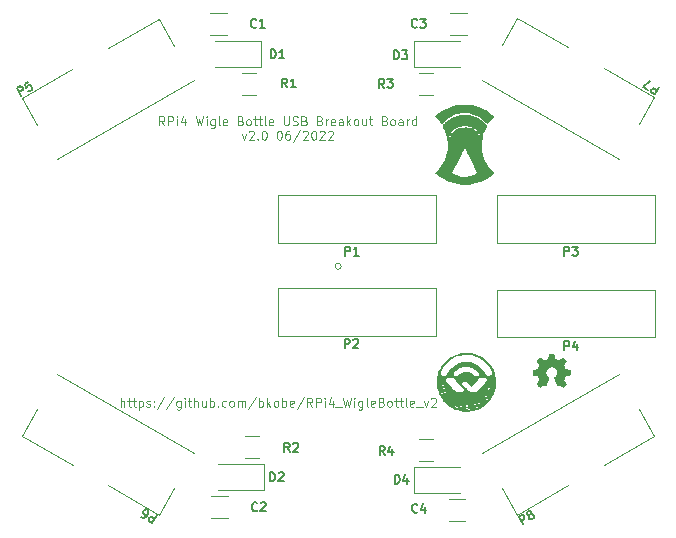
<source format=gbr>
G04 #@! TF.GenerationSoftware,KiCad,Pcbnew,6.0.2+dfsg-1*
G04 #@! TF.CreationDate,2022-06-20T22:27:53-04:00*
G04 #@! TF.ProjectId,RPI4_USB_WigleBottle_v2,52504934-5f55-4534-925f-5769676c6542,rev?*
G04 #@! TF.SameCoordinates,Original*
G04 #@! TF.FileFunction,Legend,Top*
G04 #@! TF.FilePolarity,Positive*
%FSLAX46Y46*%
G04 Gerber Fmt 4.6, Leading zero omitted, Abs format (unit mm)*
G04 Created by KiCad (PCBNEW 6.0.2+dfsg-1) date 2022-06-20 22:27:53*
%MOMM*%
%LPD*%
G01*
G04 APERTURE LIST*
%ADD10C,0.120000*%
%ADD11C,0.100000*%
%ADD12C,0.150000*%
G04 APERTURE END LIST*
D10*
X81326800Y-99000000D02*
G75*
G03*
X81326800Y-99000000I-250000J0D01*
G01*
D11*
X62657514Y-110880085D02*
X62657514Y-110130085D01*
X62978942Y-110880085D02*
X62978942Y-110487228D01*
X62943228Y-110415800D01*
X62871800Y-110380085D01*
X62764657Y-110380085D01*
X62693228Y-110415800D01*
X62657514Y-110451514D01*
X63228942Y-110380085D02*
X63514657Y-110380085D01*
X63336085Y-110130085D02*
X63336085Y-110772942D01*
X63371800Y-110844371D01*
X63443228Y-110880085D01*
X63514657Y-110880085D01*
X63657514Y-110380085D02*
X63943228Y-110380085D01*
X63764657Y-110130085D02*
X63764657Y-110772942D01*
X63800371Y-110844371D01*
X63871800Y-110880085D01*
X63943228Y-110880085D01*
X64193228Y-110380085D02*
X64193228Y-111130085D01*
X64193228Y-110415800D02*
X64264657Y-110380085D01*
X64407514Y-110380085D01*
X64478942Y-110415800D01*
X64514657Y-110451514D01*
X64550371Y-110522942D01*
X64550371Y-110737228D01*
X64514657Y-110808657D01*
X64478942Y-110844371D01*
X64407514Y-110880085D01*
X64264657Y-110880085D01*
X64193228Y-110844371D01*
X64836085Y-110844371D02*
X64907514Y-110880085D01*
X65050371Y-110880085D01*
X65121800Y-110844371D01*
X65157514Y-110772942D01*
X65157514Y-110737228D01*
X65121800Y-110665800D01*
X65050371Y-110630085D01*
X64943228Y-110630085D01*
X64871800Y-110594371D01*
X64836085Y-110522942D01*
X64836085Y-110487228D01*
X64871800Y-110415800D01*
X64943228Y-110380085D01*
X65050371Y-110380085D01*
X65121800Y-110415800D01*
X65478942Y-110808657D02*
X65514657Y-110844371D01*
X65478942Y-110880085D01*
X65443228Y-110844371D01*
X65478942Y-110808657D01*
X65478942Y-110880085D01*
X65478942Y-110415800D02*
X65514657Y-110451514D01*
X65478942Y-110487228D01*
X65443228Y-110451514D01*
X65478942Y-110415800D01*
X65478942Y-110487228D01*
X66371800Y-110094371D02*
X65728942Y-111058657D01*
X67157514Y-110094371D02*
X66514657Y-111058657D01*
X67728942Y-110380085D02*
X67728942Y-110987228D01*
X67693228Y-111058657D01*
X67657514Y-111094371D01*
X67586085Y-111130085D01*
X67478942Y-111130085D01*
X67407514Y-111094371D01*
X67728942Y-110844371D02*
X67657514Y-110880085D01*
X67514657Y-110880085D01*
X67443228Y-110844371D01*
X67407514Y-110808657D01*
X67371800Y-110737228D01*
X67371800Y-110522942D01*
X67407514Y-110451514D01*
X67443228Y-110415800D01*
X67514657Y-110380085D01*
X67657514Y-110380085D01*
X67728942Y-110415800D01*
X68086085Y-110880085D02*
X68086085Y-110380085D01*
X68086085Y-110130085D02*
X68050371Y-110165800D01*
X68086085Y-110201514D01*
X68121800Y-110165800D01*
X68086085Y-110130085D01*
X68086085Y-110201514D01*
X68336085Y-110380085D02*
X68621800Y-110380085D01*
X68443228Y-110130085D02*
X68443228Y-110772942D01*
X68478942Y-110844371D01*
X68550371Y-110880085D01*
X68621800Y-110880085D01*
X68871800Y-110880085D02*
X68871800Y-110130085D01*
X69193228Y-110880085D02*
X69193228Y-110487228D01*
X69157514Y-110415800D01*
X69086085Y-110380085D01*
X68978942Y-110380085D01*
X68907514Y-110415800D01*
X68871800Y-110451514D01*
X69871800Y-110380085D02*
X69871800Y-110880085D01*
X69550371Y-110380085D02*
X69550371Y-110772942D01*
X69586085Y-110844371D01*
X69657514Y-110880085D01*
X69764657Y-110880085D01*
X69836085Y-110844371D01*
X69871800Y-110808657D01*
X70228942Y-110880085D02*
X70228942Y-110130085D01*
X70228942Y-110415800D02*
X70300371Y-110380085D01*
X70443228Y-110380085D01*
X70514657Y-110415800D01*
X70550371Y-110451514D01*
X70586085Y-110522942D01*
X70586085Y-110737228D01*
X70550371Y-110808657D01*
X70514657Y-110844371D01*
X70443228Y-110880085D01*
X70300371Y-110880085D01*
X70228942Y-110844371D01*
X70907514Y-110808657D02*
X70943228Y-110844371D01*
X70907514Y-110880085D01*
X70871800Y-110844371D01*
X70907514Y-110808657D01*
X70907514Y-110880085D01*
X71586085Y-110844371D02*
X71514657Y-110880085D01*
X71371800Y-110880085D01*
X71300371Y-110844371D01*
X71264657Y-110808657D01*
X71228942Y-110737228D01*
X71228942Y-110522942D01*
X71264657Y-110451514D01*
X71300371Y-110415800D01*
X71371800Y-110380085D01*
X71514657Y-110380085D01*
X71586085Y-110415800D01*
X72014657Y-110880085D02*
X71943228Y-110844371D01*
X71907514Y-110808657D01*
X71871800Y-110737228D01*
X71871800Y-110522942D01*
X71907514Y-110451514D01*
X71943228Y-110415800D01*
X72014657Y-110380085D01*
X72121800Y-110380085D01*
X72193228Y-110415800D01*
X72228942Y-110451514D01*
X72264657Y-110522942D01*
X72264657Y-110737228D01*
X72228942Y-110808657D01*
X72193228Y-110844371D01*
X72121800Y-110880085D01*
X72014657Y-110880085D01*
X72586085Y-110880085D02*
X72586085Y-110380085D01*
X72586085Y-110451514D02*
X72621800Y-110415800D01*
X72693228Y-110380085D01*
X72800371Y-110380085D01*
X72871800Y-110415800D01*
X72907514Y-110487228D01*
X72907514Y-110880085D01*
X72907514Y-110487228D02*
X72943228Y-110415800D01*
X73014657Y-110380085D01*
X73121800Y-110380085D01*
X73193228Y-110415800D01*
X73228942Y-110487228D01*
X73228942Y-110880085D01*
X74121800Y-110094371D02*
X73478942Y-111058657D01*
X74371800Y-110880085D02*
X74371800Y-110130085D01*
X74371800Y-110415800D02*
X74443228Y-110380085D01*
X74586085Y-110380085D01*
X74657514Y-110415800D01*
X74693228Y-110451514D01*
X74728942Y-110522942D01*
X74728942Y-110737228D01*
X74693228Y-110808657D01*
X74657514Y-110844371D01*
X74586085Y-110880085D01*
X74443228Y-110880085D01*
X74371800Y-110844371D01*
X75050371Y-110880085D02*
X75050371Y-110130085D01*
X75121800Y-110594371D02*
X75336085Y-110880085D01*
X75336085Y-110380085D02*
X75050371Y-110665800D01*
X75764657Y-110880085D02*
X75693228Y-110844371D01*
X75657514Y-110808657D01*
X75621800Y-110737228D01*
X75621800Y-110522942D01*
X75657514Y-110451514D01*
X75693228Y-110415800D01*
X75764657Y-110380085D01*
X75871800Y-110380085D01*
X75943228Y-110415800D01*
X75978942Y-110451514D01*
X76014657Y-110522942D01*
X76014657Y-110737228D01*
X75978942Y-110808657D01*
X75943228Y-110844371D01*
X75871800Y-110880085D01*
X75764657Y-110880085D01*
X76336085Y-110880085D02*
X76336085Y-110130085D01*
X76336085Y-110415800D02*
X76407514Y-110380085D01*
X76550371Y-110380085D01*
X76621800Y-110415800D01*
X76657514Y-110451514D01*
X76693228Y-110522942D01*
X76693228Y-110737228D01*
X76657514Y-110808657D01*
X76621800Y-110844371D01*
X76550371Y-110880085D01*
X76407514Y-110880085D01*
X76336085Y-110844371D01*
X77300371Y-110844371D02*
X77228942Y-110880085D01*
X77086085Y-110880085D01*
X77014657Y-110844371D01*
X76978942Y-110772942D01*
X76978942Y-110487228D01*
X77014657Y-110415800D01*
X77086085Y-110380085D01*
X77228942Y-110380085D01*
X77300371Y-110415800D01*
X77336085Y-110487228D01*
X77336085Y-110558657D01*
X76978942Y-110630085D01*
X78193228Y-110094371D02*
X77550371Y-111058657D01*
X78871800Y-110880085D02*
X78621800Y-110522942D01*
X78443228Y-110880085D02*
X78443228Y-110130085D01*
X78728942Y-110130085D01*
X78800371Y-110165800D01*
X78836085Y-110201514D01*
X78871800Y-110272942D01*
X78871800Y-110380085D01*
X78836085Y-110451514D01*
X78800371Y-110487228D01*
X78728942Y-110522942D01*
X78443228Y-110522942D01*
X79193228Y-110880085D02*
X79193228Y-110130085D01*
X79478942Y-110130085D01*
X79550371Y-110165800D01*
X79586085Y-110201514D01*
X79621800Y-110272942D01*
X79621800Y-110380085D01*
X79586085Y-110451514D01*
X79550371Y-110487228D01*
X79478942Y-110522942D01*
X79193228Y-110522942D01*
X79943228Y-110880085D02*
X79943228Y-110380085D01*
X79943228Y-110130085D02*
X79907514Y-110165800D01*
X79943228Y-110201514D01*
X79978942Y-110165800D01*
X79943228Y-110130085D01*
X79943228Y-110201514D01*
X80621800Y-110380085D02*
X80621800Y-110880085D01*
X80443228Y-110094371D02*
X80264657Y-110630085D01*
X80728942Y-110630085D01*
X80836085Y-110951514D02*
X81407514Y-110951514D01*
X81514657Y-110130085D02*
X81693228Y-110880085D01*
X81836085Y-110344371D01*
X81978942Y-110880085D01*
X82157514Y-110130085D01*
X82443228Y-110880085D02*
X82443228Y-110380085D01*
X82443228Y-110130085D02*
X82407514Y-110165800D01*
X82443228Y-110201514D01*
X82478942Y-110165800D01*
X82443228Y-110130085D01*
X82443228Y-110201514D01*
X83121800Y-110380085D02*
X83121800Y-110987228D01*
X83086085Y-111058657D01*
X83050371Y-111094371D01*
X82978942Y-111130085D01*
X82871800Y-111130085D01*
X82800371Y-111094371D01*
X83121800Y-110844371D02*
X83050371Y-110880085D01*
X82907514Y-110880085D01*
X82836085Y-110844371D01*
X82800371Y-110808657D01*
X82764657Y-110737228D01*
X82764657Y-110522942D01*
X82800371Y-110451514D01*
X82836085Y-110415800D01*
X82907514Y-110380085D01*
X83050371Y-110380085D01*
X83121800Y-110415800D01*
X83586085Y-110880085D02*
X83514657Y-110844371D01*
X83478942Y-110772942D01*
X83478942Y-110130085D01*
X84157514Y-110844371D02*
X84086085Y-110880085D01*
X83943228Y-110880085D01*
X83871800Y-110844371D01*
X83836085Y-110772942D01*
X83836085Y-110487228D01*
X83871800Y-110415800D01*
X83943228Y-110380085D01*
X84086085Y-110380085D01*
X84157514Y-110415800D01*
X84193228Y-110487228D01*
X84193228Y-110558657D01*
X83836085Y-110630085D01*
X84764657Y-110487228D02*
X84871800Y-110522942D01*
X84907514Y-110558657D01*
X84943228Y-110630085D01*
X84943228Y-110737228D01*
X84907514Y-110808657D01*
X84871800Y-110844371D01*
X84800371Y-110880085D01*
X84514657Y-110880085D01*
X84514657Y-110130085D01*
X84764657Y-110130085D01*
X84836085Y-110165800D01*
X84871800Y-110201514D01*
X84907514Y-110272942D01*
X84907514Y-110344371D01*
X84871800Y-110415800D01*
X84836085Y-110451514D01*
X84764657Y-110487228D01*
X84514657Y-110487228D01*
X85371800Y-110880085D02*
X85300371Y-110844371D01*
X85264657Y-110808657D01*
X85228942Y-110737228D01*
X85228942Y-110522942D01*
X85264657Y-110451514D01*
X85300371Y-110415800D01*
X85371800Y-110380085D01*
X85478942Y-110380085D01*
X85550371Y-110415800D01*
X85586085Y-110451514D01*
X85621800Y-110522942D01*
X85621800Y-110737228D01*
X85586085Y-110808657D01*
X85550371Y-110844371D01*
X85478942Y-110880085D01*
X85371800Y-110880085D01*
X85836085Y-110380085D02*
X86121800Y-110380085D01*
X85943228Y-110130085D02*
X85943228Y-110772942D01*
X85978942Y-110844371D01*
X86050371Y-110880085D01*
X86121800Y-110880085D01*
X86264657Y-110380085D02*
X86550371Y-110380085D01*
X86371800Y-110130085D02*
X86371800Y-110772942D01*
X86407514Y-110844371D01*
X86478942Y-110880085D01*
X86550371Y-110880085D01*
X86907514Y-110880085D02*
X86836085Y-110844371D01*
X86800371Y-110772942D01*
X86800371Y-110130085D01*
X87478942Y-110844371D02*
X87407514Y-110880085D01*
X87264657Y-110880085D01*
X87193228Y-110844371D01*
X87157514Y-110772942D01*
X87157514Y-110487228D01*
X87193228Y-110415800D01*
X87264657Y-110380085D01*
X87407514Y-110380085D01*
X87478942Y-110415800D01*
X87514657Y-110487228D01*
X87514657Y-110558657D01*
X87157514Y-110630085D01*
X87657514Y-110951514D02*
X88228942Y-110951514D01*
X88336085Y-110380085D02*
X88514657Y-110880085D01*
X88693228Y-110380085D01*
X88943228Y-110201514D02*
X88978942Y-110165800D01*
X89050371Y-110130085D01*
X89228942Y-110130085D01*
X89300371Y-110165800D01*
X89336085Y-110201514D01*
X89371800Y-110272942D01*
X89371800Y-110344371D01*
X89336085Y-110451514D01*
X88907514Y-110880085D01*
X89371800Y-110880085D01*
X66363171Y-87060735D02*
X66113171Y-86703592D01*
X65934599Y-87060735D02*
X65934599Y-86310735D01*
X66220314Y-86310735D01*
X66291742Y-86346450D01*
X66327457Y-86382164D01*
X66363171Y-86453592D01*
X66363171Y-86560735D01*
X66327457Y-86632164D01*
X66291742Y-86667878D01*
X66220314Y-86703592D01*
X65934599Y-86703592D01*
X66684599Y-87060735D02*
X66684599Y-86310735D01*
X66970314Y-86310735D01*
X67041742Y-86346450D01*
X67077457Y-86382164D01*
X67113171Y-86453592D01*
X67113171Y-86560735D01*
X67077457Y-86632164D01*
X67041742Y-86667878D01*
X66970314Y-86703592D01*
X66684599Y-86703592D01*
X67434600Y-87060735D02*
X67434600Y-86560735D01*
X67434600Y-86310735D02*
X67398885Y-86346450D01*
X67434600Y-86382164D01*
X67470314Y-86346450D01*
X67434600Y-86310735D01*
X67434600Y-86382164D01*
X68113171Y-86560735D02*
X68113171Y-87060735D01*
X67934600Y-86275021D02*
X67756028Y-86810735D01*
X68220314Y-86810735D01*
X69006028Y-86310735D02*
X69184600Y-87060735D01*
X69327457Y-86525021D01*
X69470314Y-87060735D01*
X69648885Y-86310735D01*
X69934600Y-87060735D02*
X69934600Y-86560735D01*
X69934600Y-86310735D02*
X69898885Y-86346450D01*
X69934600Y-86382164D01*
X69970314Y-86346450D01*
X69934600Y-86310735D01*
X69934600Y-86382164D01*
X70613171Y-86560735D02*
X70613171Y-87167878D01*
X70577457Y-87239307D01*
X70541742Y-87275021D01*
X70470314Y-87310735D01*
X70363171Y-87310735D01*
X70291742Y-87275021D01*
X70613171Y-87025021D02*
X70541742Y-87060735D01*
X70398885Y-87060735D01*
X70327457Y-87025021D01*
X70291742Y-86989307D01*
X70256028Y-86917878D01*
X70256028Y-86703592D01*
X70291742Y-86632164D01*
X70327457Y-86596450D01*
X70398885Y-86560735D01*
X70541742Y-86560735D01*
X70613171Y-86596450D01*
X71077457Y-87060735D02*
X71006028Y-87025021D01*
X70970314Y-86953592D01*
X70970314Y-86310735D01*
X71648885Y-87025021D02*
X71577457Y-87060735D01*
X71434600Y-87060735D01*
X71363171Y-87025021D01*
X71327457Y-86953592D01*
X71327457Y-86667878D01*
X71363171Y-86596450D01*
X71434600Y-86560735D01*
X71577457Y-86560735D01*
X71648885Y-86596450D01*
X71684600Y-86667878D01*
X71684600Y-86739307D01*
X71327457Y-86810735D01*
X72827457Y-86667878D02*
X72934600Y-86703592D01*
X72970314Y-86739307D01*
X73006028Y-86810735D01*
X73006028Y-86917878D01*
X72970314Y-86989307D01*
X72934600Y-87025021D01*
X72863171Y-87060735D01*
X72577457Y-87060735D01*
X72577457Y-86310735D01*
X72827457Y-86310735D01*
X72898885Y-86346450D01*
X72934600Y-86382164D01*
X72970314Y-86453592D01*
X72970314Y-86525021D01*
X72934600Y-86596450D01*
X72898885Y-86632164D01*
X72827457Y-86667878D01*
X72577457Y-86667878D01*
X73434600Y-87060735D02*
X73363171Y-87025021D01*
X73327457Y-86989307D01*
X73291742Y-86917878D01*
X73291742Y-86703592D01*
X73327457Y-86632164D01*
X73363171Y-86596450D01*
X73434600Y-86560735D01*
X73541742Y-86560735D01*
X73613171Y-86596450D01*
X73648885Y-86632164D01*
X73684600Y-86703592D01*
X73684600Y-86917878D01*
X73648885Y-86989307D01*
X73613171Y-87025021D01*
X73541742Y-87060735D01*
X73434600Y-87060735D01*
X73898885Y-86560735D02*
X74184600Y-86560735D01*
X74006028Y-86310735D02*
X74006028Y-86953592D01*
X74041742Y-87025021D01*
X74113171Y-87060735D01*
X74184600Y-87060735D01*
X74327457Y-86560735D02*
X74613171Y-86560735D01*
X74434600Y-86310735D02*
X74434600Y-86953592D01*
X74470314Y-87025021D01*
X74541742Y-87060735D01*
X74613171Y-87060735D01*
X74970314Y-87060735D02*
X74898885Y-87025021D01*
X74863171Y-86953592D01*
X74863171Y-86310735D01*
X75541742Y-87025021D02*
X75470314Y-87060735D01*
X75327457Y-87060735D01*
X75256028Y-87025021D01*
X75220314Y-86953592D01*
X75220314Y-86667878D01*
X75256028Y-86596450D01*
X75327457Y-86560735D01*
X75470314Y-86560735D01*
X75541742Y-86596450D01*
X75577457Y-86667878D01*
X75577457Y-86739307D01*
X75220314Y-86810735D01*
X76470314Y-86310735D02*
X76470314Y-86917878D01*
X76506028Y-86989307D01*
X76541742Y-87025021D01*
X76613171Y-87060735D01*
X76756028Y-87060735D01*
X76827457Y-87025021D01*
X76863171Y-86989307D01*
X76898885Y-86917878D01*
X76898885Y-86310735D01*
X77220314Y-87025021D02*
X77327457Y-87060735D01*
X77506028Y-87060735D01*
X77577457Y-87025021D01*
X77613171Y-86989307D01*
X77648885Y-86917878D01*
X77648885Y-86846450D01*
X77613171Y-86775021D01*
X77577457Y-86739307D01*
X77506028Y-86703592D01*
X77363171Y-86667878D01*
X77291742Y-86632164D01*
X77256028Y-86596450D01*
X77220314Y-86525021D01*
X77220314Y-86453592D01*
X77256028Y-86382164D01*
X77291742Y-86346450D01*
X77363171Y-86310735D01*
X77541742Y-86310735D01*
X77648885Y-86346450D01*
X78220314Y-86667878D02*
X78327457Y-86703592D01*
X78363171Y-86739307D01*
X78398885Y-86810735D01*
X78398885Y-86917878D01*
X78363171Y-86989307D01*
X78327457Y-87025021D01*
X78256028Y-87060735D01*
X77970314Y-87060735D01*
X77970314Y-86310735D01*
X78220314Y-86310735D01*
X78291742Y-86346450D01*
X78327457Y-86382164D01*
X78363171Y-86453592D01*
X78363171Y-86525021D01*
X78327457Y-86596450D01*
X78291742Y-86632164D01*
X78220314Y-86667878D01*
X77970314Y-86667878D01*
X79541742Y-86667878D02*
X79648885Y-86703592D01*
X79684600Y-86739307D01*
X79720314Y-86810735D01*
X79720314Y-86917878D01*
X79684600Y-86989307D01*
X79648885Y-87025021D01*
X79577457Y-87060735D01*
X79291742Y-87060735D01*
X79291742Y-86310735D01*
X79541742Y-86310735D01*
X79613171Y-86346450D01*
X79648885Y-86382164D01*
X79684600Y-86453592D01*
X79684600Y-86525021D01*
X79648885Y-86596450D01*
X79613171Y-86632164D01*
X79541742Y-86667878D01*
X79291742Y-86667878D01*
X80041742Y-87060735D02*
X80041742Y-86560735D01*
X80041742Y-86703592D02*
X80077457Y-86632164D01*
X80113171Y-86596450D01*
X80184600Y-86560735D01*
X80256028Y-86560735D01*
X80791742Y-87025021D02*
X80720314Y-87060735D01*
X80577457Y-87060735D01*
X80506028Y-87025021D01*
X80470314Y-86953592D01*
X80470314Y-86667878D01*
X80506028Y-86596450D01*
X80577457Y-86560735D01*
X80720314Y-86560735D01*
X80791742Y-86596450D01*
X80827457Y-86667878D01*
X80827457Y-86739307D01*
X80470314Y-86810735D01*
X81470314Y-87060735D02*
X81470314Y-86667878D01*
X81434600Y-86596450D01*
X81363171Y-86560735D01*
X81220314Y-86560735D01*
X81148885Y-86596450D01*
X81470314Y-87025021D02*
X81398885Y-87060735D01*
X81220314Y-87060735D01*
X81148885Y-87025021D01*
X81113171Y-86953592D01*
X81113171Y-86882164D01*
X81148885Y-86810735D01*
X81220314Y-86775021D01*
X81398885Y-86775021D01*
X81470314Y-86739307D01*
X81827457Y-87060735D02*
X81827457Y-86310735D01*
X81898885Y-86775021D02*
X82113171Y-87060735D01*
X82113171Y-86560735D02*
X81827457Y-86846450D01*
X82541742Y-87060735D02*
X82470314Y-87025021D01*
X82434600Y-86989307D01*
X82398885Y-86917878D01*
X82398885Y-86703592D01*
X82434600Y-86632164D01*
X82470314Y-86596450D01*
X82541742Y-86560735D01*
X82648885Y-86560735D01*
X82720314Y-86596450D01*
X82756028Y-86632164D01*
X82791742Y-86703592D01*
X82791742Y-86917878D01*
X82756028Y-86989307D01*
X82720314Y-87025021D01*
X82648885Y-87060735D01*
X82541742Y-87060735D01*
X83434600Y-86560735D02*
X83434600Y-87060735D01*
X83113171Y-86560735D02*
X83113171Y-86953592D01*
X83148885Y-87025021D01*
X83220314Y-87060735D01*
X83327457Y-87060735D01*
X83398885Y-87025021D01*
X83434600Y-86989307D01*
X83684600Y-86560735D02*
X83970314Y-86560735D01*
X83791742Y-86310735D02*
X83791742Y-86953592D01*
X83827457Y-87025021D01*
X83898885Y-87060735D01*
X83970314Y-87060735D01*
X85041742Y-86667878D02*
X85148885Y-86703592D01*
X85184600Y-86739307D01*
X85220314Y-86810735D01*
X85220314Y-86917878D01*
X85184600Y-86989307D01*
X85148885Y-87025021D01*
X85077457Y-87060735D01*
X84791742Y-87060735D01*
X84791742Y-86310735D01*
X85041742Y-86310735D01*
X85113171Y-86346450D01*
X85148885Y-86382164D01*
X85184600Y-86453592D01*
X85184600Y-86525021D01*
X85148885Y-86596450D01*
X85113171Y-86632164D01*
X85041742Y-86667878D01*
X84791742Y-86667878D01*
X85648885Y-87060735D02*
X85577457Y-87025021D01*
X85541742Y-86989307D01*
X85506028Y-86917878D01*
X85506028Y-86703592D01*
X85541742Y-86632164D01*
X85577457Y-86596450D01*
X85648885Y-86560735D01*
X85756028Y-86560735D01*
X85827457Y-86596450D01*
X85863171Y-86632164D01*
X85898885Y-86703592D01*
X85898885Y-86917878D01*
X85863171Y-86989307D01*
X85827457Y-87025021D01*
X85756028Y-87060735D01*
X85648885Y-87060735D01*
X86541742Y-87060735D02*
X86541742Y-86667878D01*
X86506028Y-86596450D01*
X86434600Y-86560735D01*
X86291742Y-86560735D01*
X86220314Y-86596450D01*
X86541742Y-87025021D02*
X86470314Y-87060735D01*
X86291742Y-87060735D01*
X86220314Y-87025021D01*
X86184600Y-86953592D01*
X86184600Y-86882164D01*
X86220314Y-86810735D01*
X86291742Y-86775021D01*
X86470314Y-86775021D01*
X86541742Y-86739307D01*
X86898885Y-87060735D02*
X86898885Y-86560735D01*
X86898885Y-86703592D02*
X86934600Y-86632164D01*
X86970314Y-86596450D01*
X87041742Y-86560735D01*
X87113171Y-86560735D01*
X87684600Y-87060735D02*
X87684600Y-86310735D01*
X87684600Y-87025021D02*
X87613171Y-87060735D01*
X87470314Y-87060735D01*
X87398885Y-87025021D01*
X87363171Y-86989307D01*
X87327457Y-86917878D01*
X87327457Y-86703592D01*
X87363171Y-86632164D01*
X87398885Y-86596450D01*
X87470314Y-86560735D01*
X87613171Y-86560735D01*
X87684600Y-86596450D01*
X72916742Y-87768235D02*
X73095314Y-88268235D01*
X73273885Y-87768235D01*
X73523885Y-87589664D02*
X73559600Y-87553950D01*
X73631028Y-87518235D01*
X73809600Y-87518235D01*
X73881028Y-87553950D01*
X73916742Y-87589664D01*
X73952457Y-87661092D01*
X73952457Y-87732521D01*
X73916742Y-87839664D01*
X73488171Y-88268235D01*
X73952457Y-88268235D01*
X74273885Y-88196807D02*
X74309600Y-88232521D01*
X74273885Y-88268235D01*
X74238171Y-88232521D01*
X74273885Y-88196807D01*
X74273885Y-88268235D01*
X74773885Y-87518235D02*
X74845314Y-87518235D01*
X74916742Y-87553950D01*
X74952457Y-87589664D01*
X74988171Y-87661092D01*
X75023885Y-87803950D01*
X75023885Y-87982521D01*
X74988171Y-88125378D01*
X74952457Y-88196807D01*
X74916742Y-88232521D01*
X74845314Y-88268235D01*
X74773885Y-88268235D01*
X74702457Y-88232521D01*
X74666742Y-88196807D01*
X74631028Y-88125378D01*
X74595314Y-87982521D01*
X74595314Y-87803950D01*
X74631028Y-87661092D01*
X74666742Y-87589664D01*
X74702457Y-87553950D01*
X74773885Y-87518235D01*
X76059600Y-87518235D02*
X76131028Y-87518235D01*
X76202457Y-87553950D01*
X76238171Y-87589664D01*
X76273885Y-87661092D01*
X76309600Y-87803950D01*
X76309600Y-87982521D01*
X76273885Y-88125378D01*
X76238171Y-88196807D01*
X76202457Y-88232521D01*
X76131028Y-88268235D01*
X76059600Y-88268235D01*
X75988171Y-88232521D01*
X75952457Y-88196807D01*
X75916742Y-88125378D01*
X75881028Y-87982521D01*
X75881028Y-87803950D01*
X75916742Y-87661092D01*
X75952457Y-87589664D01*
X75988171Y-87553950D01*
X76059600Y-87518235D01*
X76952457Y-87518235D02*
X76809600Y-87518235D01*
X76738171Y-87553950D01*
X76702457Y-87589664D01*
X76631028Y-87696807D01*
X76595314Y-87839664D01*
X76595314Y-88125378D01*
X76631028Y-88196807D01*
X76666742Y-88232521D01*
X76738171Y-88268235D01*
X76881028Y-88268235D01*
X76952457Y-88232521D01*
X76988171Y-88196807D01*
X77023885Y-88125378D01*
X77023885Y-87946807D01*
X76988171Y-87875378D01*
X76952457Y-87839664D01*
X76881028Y-87803950D01*
X76738171Y-87803950D01*
X76666742Y-87839664D01*
X76631028Y-87875378D01*
X76595314Y-87946807D01*
X77881028Y-87482521D02*
X77238171Y-88446807D01*
X78095314Y-87589664D02*
X78131028Y-87553950D01*
X78202457Y-87518235D01*
X78381028Y-87518235D01*
X78452457Y-87553950D01*
X78488171Y-87589664D01*
X78523885Y-87661092D01*
X78523885Y-87732521D01*
X78488171Y-87839664D01*
X78059600Y-88268235D01*
X78523885Y-88268235D01*
X78988171Y-87518235D02*
X79059600Y-87518235D01*
X79131028Y-87553950D01*
X79166742Y-87589664D01*
X79202457Y-87661092D01*
X79238171Y-87803950D01*
X79238171Y-87982521D01*
X79202457Y-88125378D01*
X79166742Y-88196807D01*
X79131028Y-88232521D01*
X79059600Y-88268235D01*
X78988171Y-88268235D01*
X78916742Y-88232521D01*
X78881028Y-88196807D01*
X78845314Y-88125378D01*
X78809600Y-87982521D01*
X78809600Y-87803950D01*
X78845314Y-87661092D01*
X78881028Y-87589664D01*
X78916742Y-87553950D01*
X78988171Y-87518235D01*
X79523885Y-87589664D02*
X79559600Y-87553950D01*
X79631028Y-87518235D01*
X79809600Y-87518235D01*
X79881028Y-87553950D01*
X79916742Y-87589664D01*
X79952457Y-87661092D01*
X79952457Y-87732521D01*
X79916742Y-87839664D01*
X79488171Y-88268235D01*
X79952457Y-88268235D01*
X80238171Y-87589664D02*
X80273885Y-87553950D01*
X80345314Y-87518235D01*
X80523885Y-87518235D01*
X80595314Y-87553950D01*
X80631028Y-87589664D01*
X80666742Y-87661092D01*
X80666742Y-87732521D01*
X80631028Y-87839664D01*
X80202457Y-88268235D01*
X80666742Y-88268235D01*
D12*
X75364679Y-81390034D02*
X75364679Y-80640034D01*
X75543251Y-80640034D01*
X75650393Y-80675749D01*
X75721822Y-80747177D01*
X75757536Y-80818606D01*
X75793251Y-80961463D01*
X75793251Y-81068606D01*
X75757536Y-81211463D01*
X75721822Y-81282891D01*
X75650393Y-81354320D01*
X75543251Y-81390034D01*
X75364679Y-81390034D01*
X76507536Y-81390034D02*
X76078965Y-81390034D01*
X76293251Y-81390034D02*
X76293251Y-80640034D01*
X76221822Y-80747177D01*
X76150393Y-80818606D01*
X76078965Y-80854320D01*
X75313879Y-117205336D02*
X75313879Y-116455336D01*
X75492451Y-116455336D01*
X75599593Y-116491051D01*
X75671022Y-116562479D01*
X75706736Y-116633908D01*
X75742451Y-116776765D01*
X75742451Y-116883908D01*
X75706736Y-117026765D01*
X75671022Y-117098193D01*
X75599593Y-117169622D01*
X75492451Y-117205336D01*
X75313879Y-117205336D01*
X76028165Y-116526765D02*
X76063879Y-116491051D01*
X76135308Y-116455336D01*
X76313879Y-116455336D01*
X76385308Y-116491051D01*
X76421022Y-116526765D01*
X76456736Y-116598193D01*
X76456736Y-116669622D01*
X76421022Y-116776765D01*
X75992451Y-117205336D01*
X76456736Y-117205336D01*
X85802777Y-81466234D02*
X85802777Y-80716234D01*
X85981349Y-80716234D01*
X86088491Y-80751949D01*
X86159920Y-80823377D01*
X86195634Y-80894806D01*
X86231349Y-81037663D01*
X86231349Y-81144806D01*
X86195634Y-81287663D01*
X86159920Y-81359091D01*
X86088491Y-81430520D01*
X85981349Y-81466234D01*
X85802777Y-81466234D01*
X86481349Y-80716234D02*
X86945634Y-80716234D01*
X86695634Y-81001949D01*
X86802777Y-81001949D01*
X86874206Y-81037663D01*
X86909920Y-81073377D01*
X86945634Y-81144806D01*
X86945634Y-81323377D01*
X86909920Y-81394806D01*
X86874206Y-81430520D01*
X86802777Y-81466234D01*
X86588491Y-81466234D01*
X86517063Y-81430520D01*
X86481349Y-81394806D01*
X85857228Y-117407885D02*
X85857228Y-116657885D01*
X86035800Y-116657885D01*
X86142942Y-116693600D01*
X86214371Y-116765028D01*
X86250085Y-116836457D01*
X86285800Y-116979314D01*
X86285800Y-117086457D01*
X86250085Y-117229314D01*
X86214371Y-117300742D01*
X86142942Y-117372171D01*
X86035800Y-117407885D01*
X85857228Y-117407885D01*
X86928657Y-116907885D02*
X86928657Y-117407885D01*
X86750085Y-116622171D02*
X86571514Y-117157885D01*
X87035800Y-117157885D01*
X54259140Y-84562857D02*
X53884140Y-83913338D01*
X54131576Y-83770481D01*
X54211292Y-83765696D01*
X54260079Y-83778769D01*
X54326723Y-83822770D01*
X54380294Y-83915559D01*
X54385079Y-83995275D01*
X54372007Y-84044062D01*
X54328005Y-84110705D01*
X54080569Y-84253562D01*
X54842954Y-83359767D02*
X54533659Y-83538338D01*
X54681301Y-83865490D01*
X54694374Y-83816704D01*
X54738376Y-83750060D01*
X54893023Y-83660774D01*
X54972739Y-83655989D01*
X55021526Y-83669062D01*
X55088169Y-83713063D01*
X55177455Y-83867711D01*
X55182240Y-83947427D01*
X55169168Y-83996213D01*
X55125166Y-84062857D01*
X54970518Y-84152143D01*
X54890802Y-84156928D01*
X54842016Y-84143855D01*
X96723410Y-120842085D02*
X96348410Y-120192566D01*
X96595846Y-120049709D01*
X96675562Y-120044924D01*
X96724349Y-120057997D01*
X96790993Y-120101998D01*
X96844564Y-120194787D01*
X96849349Y-120274503D01*
X96836277Y-120323290D01*
X96792275Y-120389933D01*
X96544839Y-120532790D01*
X97251432Y-120042360D02*
X97171716Y-120047145D01*
X97122929Y-120034073D01*
X97056286Y-119990071D01*
X97038429Y-119959141D01*
X97033644Y-119879425D01*
X97046716Y-119830639D01*
X97090718Y-119763995D01*
X97214436Y-119692566D01*
X97294152Y-119687781D01*
X97342939Y-119700854D01*
X97409582Y-119744856D01*
X97427439Y-119775785D01*
X97432224Y-119855501D01*
X97419152Y-119904288D01*
X97375150Y-119970932D01*
X97251432Y-120042360D01*
X97207430Y-120109004D01*
X97194358Y-120157790D01*
X97199143Y-120237507D01*
X97270571Y-120361224D01*
X97337215Y-120405226D01*
X97386002Y-120418299D01*
X97465718Y-120413514D01*
X97589436Y-120342085D01*
X97633438Y-120275441D01*
X97646510Y-120226655D01*
X97641725Y-120146939D01*
X97570297Y-120023221D01*
X97503653Y-119979219D01*
X97454866Y-119966147D01*
X97375150Y-119970932D01*
X76758451Y-83853834D02*
X76508451Y-83496691D01*
X76329879Y-83853834D02*
X76329879Y-83103834D01*
X76615593Y-83103834D01*
X76687022Y-83139549D01*
X76722736Y-83175263D01*
X76758451Y-83246691D01*
X76758451Y-83353834D01*
X76722736Y-83425263D01*
X76687022Y-83460977D01*
X76615593Y-83496691D01*
X76329879Y-83496691D01*
X77472736Y-83853834D02*
X77044165Y-83853834D01*
X77258451Y-83853834D02*
X77258451Y-83103834D01*
X77187022Y-83210977D01*
X77115593Y-83282406D01*
X77044165Y-83318120D01*
X76961000Y-114690085D02*
X76711000Y-114332942D01*
X76532428Y-114690085D02*
X76532428Y-113940085D01*
X76818142Y-113940085D01*
X76889571Y-113975800D01*
X76925285Y-114011514D01*
X76961000Y-114082942D01*
X76961000Y-114190085D01*
X76925285Y-114261514D01*
X76889571Y-114297228D01*
X76818142Y-114332942D01*
X76532428Y-114332942D01*
X77246714Y-114011514D02*
X77282428Y-113975800D01*
X77353857Y-113940085D01*
X77532428Y-113940085D01*
X77603857Y-113975800D01*
X77639571Y-114011514D01*
X77675285Y-114082942D01*
X77675285Y-114154371D01*
X77639571Y-114261514D01*
X77211000Y-114690085D01*
X77675285Y-114690085D01*
X84986749Y-83879234D02*
X84736749Y-83522091D01*
X84558177Y-83879234D02*
X84558177Y-83129234D01*
X84843891Y-83129234D01*
X84915320Y-83164949D01*
X84951034Y-83200663D01*
X84986749Y-83272091D01*
X84986749Y-83379234D01*
X84951034Y-83450663D01*
X84915320Y-83486377D01*
X84843891Y-83522091D01*
X84558177Y-83522091D01*
X85236749Y-83129234D02*
X85701034Y-83129234D01*
X85451034Y-83414949D01*
X85558177Y-83414949D01*
X85629606Y-83450663D01*
X85665320Y-83486377D01*
X85701034Y-83557806D01*
X85701034Y-83736377D01*
X85665320Y-83807806D01*
X85629606Y-83843520D01*
X85558177Y-83879234D01*
X85343891Y-83879234D01*
X85272463Y-83843520D01*
X85236749Y-83807806D01*
X85018800Y-114969485D02*
X84768800Y-114612342D01*
X84590228Y-114969485D02*
X84590228Y-114219485D01*
X84875942Y-114219485D01*
X84947371Y-114255200D01*
X84983085Y-114290914D01*
X85018800Y-114362342D01*
X85018800Y-114469485D01*
X84983085Y-114540914D01*
X84947371Y-114576628D01*
X84875942Y-114612342D01*
X84590228Y-114612342D01*
X85661657Y-114469485D02*
X85661657Y-114969485D01*
X85483085Y-114183771D02*
X85304514Y-114719485D01*
X85768800Y-114719485D01*
X81640828Y-105901685D02*
X81640828Y-105151685D01*
X81926542Y-105151685D01*
X81997971Y-105187400D01*
X82033685Y-105223114D01*
X82069400Y-105294542D01*
X82069400Y-105401685D01*
X82033685Y-105473114D01*
X81997971Y-105508828D01*
X81926542Y-105544542D01*
X81640828Y-105544542D01*
X82355114Y-105223114D02*
X82390828Y-105187400D01*
X82462257Y-105151685D01*
X82640828Y-105151685D01*
X82712257Y-105187400D01*
X82747971Y-105223114D01*
X82783685Y-105294542D01*
X82783685Y-105365971D01*
X82747971Y-105473114D01*
X82319400Y-105901685D01*
X82783685Y-105901685D01*
X81686428Y-98097285D02*
X81686428Y-97347285D01*
X81972142Y-97347285D01*
X82043571Y-97383000D01*
X82079285Y-97418714D01*
X82115000Y-97490142D01*
X82115000Y-97597285D01*
X82079285Y-97668714D01*
X82043571Y-97704428D01*
X81972142Y-97740142D01*
X81686428Y-97740142D01*
X82829285Y-98097285D02*
X82400714Y-98097285D01*
X82615000Y-98097285D02*
X82615000Y-97347285D01*
X82543571Y-97454428D01*
X82472142Y-97525857D01*
X82400714Y-97561571D01*
X100228428Y-106098285D02*
X100228428Y-105348285D01*
X100514142Y-105348285D01*
X100585571Y-105384000D01*
X100621285Y-105419714D01*
X100657000Y-105491142D01*
X100657000Y-105598285D01*
X100621285Y-105669714D01*
X100585571Y-105705428D01*
X100514142Y-105741142D01*
X100228428Y-105741142D01*
X101299857Y-105598285D02*
X101299857Y-106098285D01*
X101121285Y-105312571D02*
X100942714Y-105848285D01*
X101407000Y-105848285D01*
X100228428Y-98097285D02*
X100228428Y-97347285D01*
X100514142Y-97347285D01*
X100585571Y-97383000D01*
X100621285Y-97418714D01*
X100657000Y-97490142D01*
X100657000Y-97597285D01*
X100621285Y-97668714D01*
X100585571Y-97704428D01*
X100514142Y-97740142D01*
X100228428Y-97740142D01*
X100907000Y-97347285D02*
X101371285Y-97347285D01*
X101121285Y-97633000D01*
X101228428Y-97633000D01*
X101299857Y-97668714D01*
X101335571Y-97704428D01*
X101371285Y-97775857D01*
X101371285Y-97954428D01*
X101335571Y-98025857D01*
X101299857Y-98061571D01*
X101228428Y-98097285D01*
X101014142Y-98097285D01*
X100942714Y-98061571D01*
X100907000Y-98025857D01*
X65702130Y-120085530D02*
X65327130Y-120735049D01*
X65079694Y-120592192D01*
X65035693Y-120525548D01*
X65022620Y-120476762D01*
X65027405Y-120397046D01*
X65080977Y-120304257D01*
X65147620Y-120260255D01*
X65196407Y-120247183D01*
X65276123Y-120251968D01*
X65523559Y-120394825D01*
X64399246Y-120199335D02*
X64522964Y-120270764D01*
X64602680Y-120275548D01*
X64651467Y-120262476D01*
X64766897Y-120205402D01*
X64869255Y-120099541D01*
X65012112Y-119852105D01*
X65016897Y-119772389D01*
X65003825Y-119723603D01*
X64959823Y-119656959D01*
X64836105Y-119585530D01*
X64756389Y-119580745D01*
X64707602Y-119593818D01*
X64640958Y-119637820D01*
X64551673Y-119792467D01*
X64546888Y-119872183D01*
X64559960Y-119920970D01*
X64603962Y-119987613D01*
X64727680Y-120059042D01*
X64807396Y-120063827D01*
X64856183Y-120050754D01*
X64922826Y-120006753D01*
X108254862Y-83780630D02*
X107879862Y-84430149D01*
X107632426Y-84287292D01*
X107588425Y-84220648D01*
X107575352Y-84171862D01*
X107580137Y-84092146D01*
X107633709Y-83999357D01*
X107700352Y-83955355D01*
X107749139Y-83942283D01*
X107828855Y-83947068D01*
X108076291Y-84089925D01*
X107292202Y-84090864D02*
X106859189Y-83840864D01*
X107512555Y-83352059D01*
X74142800Y-78728457D02*
X74107085Y-78764171D01*
X73999942Y-78799885D01*
X73928514Y-78799885D01*
X73821371Y-78764171D01*
X73749942Y-78692742D01*
X73714228Y-78621314D01*
X73678514Y-78478457D01*
X73678514Y-78371314D01*
X73714228Y-78228457D01*
X73749942Y-78157028D01*
X73821371Y-78085600D01*
X73928514Y-78049885D01*
X73999942Y-78049885D01*
X74107085Y-78085600D01*
X74142800Y-78121314D01*
X74857085Y-78799885D02*
X74428514Y-78799885D01*
X74642800Y-78799885D02*
X74642800Y-78049885D01*
X74571371Y-78157028D01*
X74499942Y-78228457D01*
X74428514Y-78264171D01*
X74217417Y-119671674D02*
X74181702Y-119707388D01*
X74074559Y-119743102D01*
X74003131Y-119743102D01*
X73895988Y-119707388D01*
X73824559Y-119635959D01*
X73788845Y-119564531D01*
X73753131Y-119421674D01*
X73753131Y-119314531D01*
X73788845Y-119171674D01*
X73824559Y-119100245D01*
X73895988Y-119028817D01*
X74003131Y-118993102D01*
X74074559Y-118993102D01*
X74181702Y-119028817D01*
X74217417Y-119064531D01*
X74503131Y-119064531D02*
X74538845Y-119028817D01*
X74610274Y-118993102D01*
X74788845Y-118993102D01*
X74860274Y-119028817D01*
X74895988Y-119064531D01*
X74931702Y-119135959D01*
X74931702Y-119207388D01*
X74895988Y-119314531D01*
X74467417Y-119743102D01*
X74931702Y-119743102D01*
X87758783Y-78730040D02*
X87723068Y-78765754D01*
X87615925Y-78801468D01*
X87544497Y-78801468D01*
X87437354Y-78765754D01*
X87365925Y-78694325D01*
X87330211Y-78622897D01*
X87294497Y-78480040D01*
X87294497Y-78372897D01*
X87330211Y-78230040D01*
X87365925Y-78158611D01*
X87437354Y-78087183D01*
X87544497Y-78051468D01*
X87615925Y-78051468D01*
X87723068Y-78087183D01*
X87758783Y-78122897D01*
X88008783Y-78051468D02*
X88473068Y-78051468D01*
X88223068Y-78337183D01*
X88330211Y-78337183D01*
X88401640Y-78372897D01*
X88437354Y-78408611D01*
X88473068Y-78480040D01*
X88473068Y-78658611D01*
X88437354Y-78730040D01*
X88401640Y-78765754D01*
X88330211Y-78801468D01*
X88115925Y-78801468D01*
X88044497Y-78765754D01*
X88008783Y-78730040D01*
X87788000Y-119774857D02*
X87752285Y-119810571D01*
X87645142Y-119846285D01*
X87573714Y-119846285D01*
X87466571Y-119810571D01*
X87395142Y-119739142D01*
X87359428Y-119667714D01*
X87323714Y-119524857D01*
X87323714Y-119417714D01*
X87359428Y-119274857D01*
X87395142Y-119203428D01*
X87466571Y-119132000D01*
X87573714Y-119096285D01*
X87645142Y-119096285D01*
X87752285Y-119132000D01*
X87788000Y-119167714D01*
X88430857Y-119346285D02*
X88430857Y-119846285D01*
X88252285Y-119060571D02*
X88073714Y-119596285D01*
X88538000Y-119596285D01*
D10*
X74545000Y-79891000D02*
X70660000Y-79891000D01*
X74545000Y-82161000D02*
X74545000Y-79891000D01*
X70660000Y-82161000D02*
X74545000Y-82161000D01*
X74799000Y-115705000D02*
X70914000Y-115705000D01*
X74799000Y-117975000D02*
X74799000Y-115705000D01*
X70914000Y-117975000D02*
X74799000Y-117975000D01*
X87501000Y-82161000D02*
X91386000Y-82161000D01*
X87501000Y-79891000D02*
X87501000Y-82161000D01*
X91386000Y-79891000D02*
X87501000Y-79891000D01*
X91392000Y-115959000D02*
X87507000Y-115959000D01*
X87507000Y-118229000D02*
X91392000Y-118229000D01*
X87507000Y-115959000D02*
X87507000Y-118229000D01*
X54266430Y-84760126D02*
X58553256Y-82285126D01*
X68871170Y-83256279D02*
X57266430Y-89956279D01*
X54266430Y-84760126D02*
X55566430Y-87011792D01*
X65871170Y-78060126D02*
X61584344Y-80535126D01*
X65871170Y-78060126D02*
X67171170Y-80311792D01*
X96231630Y-120031255D02*
X94931630Y-117779589D01*
X107836370Y-113331255D02*
X106536370Y-111079589D01*
X96231630Y-120031255D02*
X100518456Y-117556255D01*
X93231630Y-114835102D02*
X104836370Y-108135102D01*
X107836370Y-113331255D02*
X103549544Y-115806255D01*
X74132064Y-82656000D02*
X72927936Y-82656000D01*
X74132064Y-84476000D02*
X72927936Y-84476000D01*
X74386064Y-115210000D02*
X73181936Y-115210000D01*
X74386064Y-113390000D02*
X73181936Y-113390000D01*
X87913936Y-84476000D02*
X89118064Y-84476000D01*
X87913936Y-82656000D02*
X89118064Y-82656000D01*
X87919936Y-113644000D02*
X89124064Y-113644000D01*
X87919936Y-115464000D02*
X89124064Y-115464000D01*
X76017000Y-104870000D02*
X75977000Y-100849000D01*
X89352000Y-104870000D02*
X76017000Y-104870000D01*
X89377000Y-100849000D02*
X89352000Y-104870000D01*
X75977000Y-100849000D02*
X89377000Y-100849000D01*
X89377000Y-92975000D02*
X89352000Y-96996000D01*
X76017000Y-96996000D02*
X75977000Y-92975000D01*
X75977000Y-92975000D02*
X89377000Y-92975000D01*
X89352000Y-96996000D02*
X76017000Y-96996000D01*
X107919000Y-100976000D02*
X107894000Y-104997000D01*
X107894000Y-104997000D02*
X94559000Y-104997000D01*
X94519000Y-100976000D02*
X107919000Y-100976000D01*
X94559000Y-104997000D02*
X94519000Y-100976000D01*
X107919000Y-92975000D02*
X107894000Y-96996000D01*
X107894000Y-96996000D02*
X94559000Y-96996000D01*
X94559000Y-96996000D02*
X94519000Y-92975000D01*
X94519000Y-92975000D02*
X107919000Y-92975000D01*
X65911270Y-120031255D02*
X67211270Y-117779589D01*
X57306530Y-108135102D02*
X68911270Y-114835102D01*
X54306530Y-113331255D02*
X55606530Y-111079589D01*
X54306530Y-113331255D02*
X58593356Y-115806255D01*
X65911270Y-120031255D02*
X61624444Y-117556255D01*
X96242330Y-77987146D02*
X94942330Y-80238812D01*
X107847070Y-84687146D02*
X106547070Y-86938812D01*
X107847070Y-84687146D02*
X103560244Y-82212146D01*
X96242330Y-77987146D02*
X100529156Y-80462146D01*
X104847070Y-89883299D02*
X93242330Y-83183299D01*
X70203748Y-77576000D02*
X71626252Y-77576000D01*
X70203748Y-79396000D02*
X71626252Y-79396000D01*
G36*
X91933202Y-85321299D02*
G01*
X92079541Y-85328001D01*
X92216698Y-85337952D01*
X92336996Y-85350925D01*
X92404122Y-85361154D01*
X92730986Y-85433360D01*
X93042669Y-85531115D01*
X93339622Y-85654619D01*
X93622291Y-85804075D01*
X93891125Y-85979684D01*
X94051227Y-86101927D01*
X94112331Y-86152162D01*
X94168962Y-86200251D01*
X94214847Y-86240771D01*
X94243714Y-86268300D01*
X94243910Y-86268506D01*
X94287706Y-86314759D01*
X94243042Y-86363077D01*
X94154911Y-86458939D01*
X94083223Y-86538281D01*
X94023750Y-86606018D01*
X93972266Y-86667063D01*
X93924541Y-86726331D01*
X93876350Y-86788736D01*
X93872610Y-86793664D01*
X93828073Y-86852305D01*
X93789735Y-86902560D01*
X93761337Y-86939542D01*
X93746620Y-86958364D01*
X93745847Y-86959292D01*
X93732815Y-86953456D01*
X93705164Y-86928615D01*
X93667080Y-86888853D01*
X93627041Y-86843330D01*
X93458488Y-86667392D01*
X93267574Y-86509319D01*
X93056756Y-86370521D01*
X92828489Y-86252407D01*
X92585229Y-86156386D01*
X92329433Y-86083868D01*
X92286925Y-86074415D01*
X92187898Y-86058345D01*
X92067100Y-86046798D01*
X91932200Y-86039836D01*
X91790869Y-86037522D01*
X91650776Y-86039918D01*
X91519591Y-86047084D01*
X91404983Y-86059084D01*
X91356386Y-86066898D01*
X91095299Y-86129769D01*
X90845498Y-86218562D01*
X90609182Y-86332115D01*
X90388549Y-86469265D01*
X90185798Y-86628851D01*
X90052979Y-86756101D01*
X90002245Y-86809823D01*
X89955345Y-86861156D01*
X89918661Y-86903032D01*
X89903008Y-86922234D01*
X89865354Y-86971525D01*
X89741018Y-86804219D01*
X89681119Y-86727388D01*
X89608760Y-86640299D01*
X89532865Y-86553411D01*
X89462360Y-86477186D01*
X89459333Y-86474046D01*
X89301984Y-86311180D01*
X89391201Y-86230506D01*
X89634409Y-86030468D01*
X89896260Y-85852648D01*
X90174503Y-85698051D01*
X90466885Y-85567677D01*
X90771156Y-85462531D01*
X91085065Y-85383614D01*
X91406360Y-85331929D01*
X91409554Y-85331559D01*
X91515856Y-85322977D01*
X91643683Y-85318559D01*
X91785357Y-85318076D01*
X91933202Y-85321299D01*
G37*
G36*
X89636175Y-90742845D02*
G01*
X89819405Y-90497802D01*
X89977334Y-90238326D01*
X90109217Y-89965929D01*
X90214312Y-89682127D01*
X90291875Y-89388435D01*
X90337002Y-89121126D01*
X90346352Y-89017188D01*
X90351690Y-88893216D01*
X90353110Y-88758263D01*
X90350706Y-88621383D01*
X90344570Y-88491629D01*
X90334797Y-88378054D01*
X90328854Y-88332028D01*
X90273478Y-88041290D01*
X90264950Y-88011311D01*
X90494503Y-88011311D01*
X90497817Y-88019376D01*
X90516681Y-88024869D01*
X90546040Y-88026811D01*
X90570757Y-88024152D01*
X90584627Y-88011101D01*
X90592932Y-87980047D01*
X90596906Y-87953529D01*
X90627575Y-87837295D01*
X90685552Y-87726153D01*
X90768542Y-87621970D01*
X90874251Y-87526614D01*
X91000383Y-87441950D01*
X91144645Y-87369845D01*
X91304742Y-87312165D01*
X91422500Y-87281914D01*
X91643993Y-87248217D01*
X91865264Y-87242722D01*
X92083236Y-87265068D01*
X92294828Y-87314895D01*
X92496962Y-87391844D01*
X92540031Y-87412465D01*
X92664306Y-87485457D01*
X92773578Y-87571904D01*
X92864763Y-87668172D01*
X92934775Y-87770627D01*
X92980530Y-87875637D01*
X92996669Y-87950330D01*
X93002927Y-87995544D01*
X93011281Y-88018153D01*
X93027011Y-88025155D01*
X93052133Y-88023871D01*
X93079608Y-88019659D01*
X93092589Y-88008585D01*
X93095508Y-87982414D01*
X93093678Y-87946651D01*
X93072921Y-87837889D01*
X93026178Y-87726524D01*
X92956309Y-87617338D01*
X92866175Y-87515112D01*
X92800582Y-87456687D01*
X92712567Y-87394846D01*
X92604028Y-87333334D01*
X92483953Y-87276473D01*
X92361326Y-87228583D01*
X92264242Y-87198793D01*
X92146877Y-87174991D01*
X92010086Y-87158559D01*
X91863380Y-87149834D01*
X91716269Y-87149153D01*
X91578261Y-87156854D01*
X91472482Y-87170726D01*
X91277272Y-87216311D01*
X91099024Y-87279538D01*
X90939670Y-87359162D01*
X90801141Y-87453937D01*
X90685369Y-87562619D01*
X90594284Y-87683964D01*
X90551379Y-87764307D01*
X90532052Y-87814292D01*
X90515038Y-87871907D01*
X90501999Y-87929230D01*
X90494600Y-87978339D01*
X90494503Y-88011311D01*
X90264950Y-88011311D01*
X90195431Y-87766918D01*
X90093176Y-87504302D01*
X89971530Y-87260271D01*
X89939359Y-87199907D01*
X89914207Y-87148534D01*
X89898773Y-87111956D01*
X89895417Y-87096496D01*
X89912248Y-87070049D01*
X89946087Y-87027953D01*
X89992392Y-86975110D01*
X90046620Y-86916420D01*
X90104231Y-86856785D01*
X90160683Y-86801106D01*
X90211433Y-86754284D01*
X90217055Y-86749381D01*
X90427853Y-86586171D01*
X90652460Y-86449183D01*
X90889860Y-86338813D01*
X91139040Y-86255460D01*
X91398983Y-86199519D01*
X91668676Y-86171387D01*
X91698824Y-86170011D01*
X91971923Y-86173349D01*
X92237719Y-86205274D01*
X92495246Y-86265512D01*
X92743534Y-86353788D01*
X92981616Y-86469827D01*
X93170982Y-86587167D01*
X93256195Y-86650276D01*
X93349222Y-86727251D01*
X93443154Y-86811702D01*
X93531079Y-86897237D01*
X93606089Y-86977467D01*
X93648760Y-87029063D01*
X93711620Y-87111161D01*
X93683334Y-87155827D01*
X93653629Y-87206894D01*
X93615966Y-87277711D01*
X93574100Y-87360646D01*
X93531784Y-87448072D01*
X93492771Y-87532358D01*
X93460815Y-87605875D01*
X93455294Y-87619373D01*
X93364579Y-87882491D01*
X93298446Y-88158494D01*
X93257287Y-88442902D01*
X93241496Y-88731235D01*
X93251465Y-89019011D01*
X93287588Y-89301750D01*
X93301384Y-89374232D01*
X93360619Y-89608837D01*
X93442589Y-89848921D01*
X93543749Y-90085963D01*
X93660551Y-90311442D01*
X93756754Y-90468547D01*
X93836540Y-90585276D01*
X93913926Y-90688709D01*
X93996054Y-90787623D01*
X94090068Y-90890795D01*
X94156598Y-90959871D01*
X94295009Y-91101313D01*
X94170915Y-91210516D01*
X93916052Y-91415460D01*
X93647011Y-91594223D01*
X93363834Y-91746785D01*
X93066567Y-91873125D01*
X92755253Y-91973224D01*
X92429937Y-92047060D01*
X92301813Y-92068354D01*
X92230131Y-92076818D01*
X92137272Y-92084431D01*
X92030572Y-92090914D01*
X91917364Y-92095988D01*
X91804985Y-92099373D01*
X91700769Y-92100792D01*
X91612051Y-92099965D01*
X91549938Y-92096941D01*
X91218424Y-92055225D01*
X90896075Y-91986363D01*
X90584449Y-91890966D01*
X90285104Y-91769643D01*
X89999596Y-91623005D01*
X89729483Y-91451661D01*
X89541671Y-91310325D01*
X89481874Y-91261012D01*
X89425447Y-91212653D01*
X89379575Y-91171502D01*
X89355539Y-91148221D01*
X89305102Y-91095668D01*
X89314312Y-91086425D01*
X90755927Y-91086425D01*
X90788161Y-91111826D01*
X90857622Y-91158308D01*
X90949531Y-91207692D01*
X91057105Y-91257213D01*
X91173558Y-91304108D01*
X91292106Y-91345614D01*
X91405964Y-91378967D01*
X91491829Y-91398438D01*
X91596605Y-91411881D01*
X91720474Y-91417730D01*
X91853827Y-91416332D01*
X91987058Y-91408033D01*
X92110559Y-91393180D01*
X92213578Y-91372420D01*
X92339991Y-91334537D01*
X92467961Y-91287493D01*
X92590163Y-91234523D01*
X92699274Y-91178859D01*
X92787970Y-91123736D01*
X92804801Y-91111407D01*
X92838796Y-91085548D01*
X92320978Y-90003525D01*
X92240557Y-89835860D01*
X92163715Y-89676399D01*
X92091428Y-89527123D01*
X92024672Y-89390013D01*
X91964424Y-89267050D01*
X91911659Y-89160215D01*
X91867352Y-89071488D01*
X91832481Y-89002851D01*
X91808020Y-88956284D01*
X91794946Y-88933769D01*
X91793062Y-88931982D01*
X91785199Y-88946743D01*
X91765480Y-88986330D01*
X91734894Y-89048705D01*
X91694425Y-89131827D01*
X91645062Y-89233656D01*
X91587790Y-89352155D01*
X91523596Y-89485282D01*
X91453466Y-89630998D01*
X91378388Y-89787265D01*
X91299347Y-89952041D01*
X91269445Y-90014443D01*
X90755927Y-91086425D01*
X89314312Y-91086425D01*
X89428387Y-90971937D01*
X89636175Y-90742845D01*
G37*
G36*
X91152225Y-110937506D02*
G01*
X91172454Y-110946602D01*
X91179805Y-110953662D01*
X91177102Y-110962274D01*
X91158406Y-110962346D01*
X91138227Y-110956376D01*
X91123757Y-110944129D01*
X91122594Y-110939775D01*
X91131870Y-110934324D01*
X91152225Y-110937506D01*
G37*
G36*
X93915620Y-109349405D02*
G01*
X93919089Y-109377644D01*
X93913851Y-109406828D01*
X93900273Y-109437886D01*
X93883527Y-109449905D01*
X93871523Y-109444820D01*
X93869340Y-109428889D01*
X93874036Y-109400632D01*
X93882910Y-109369791D01*
X93893264Y-109346107D01*
X93900874Y-109338859D01*
X93915620Y-109349405D01*
G37*
G36*
X90783051Y-111032720D02*
G01*
X90676604Y-110973598D01*
X91070879Y-110973598D01*
X91074094Y-110994932D01*
X91088711Y-110998596D01*
X91104654Y-110988992D01*
X91120770Y-110979973D01*
X91135263Y-110987435D01*
X91149999Y-111005780D01*
X91172322Y-111029125D01*
X91192889Y-111039648D01*
X91193952Y-111039696D01*
X91206369Y-111036324D01*
X91198862Y-111022435D01*
X91197631Y-111020937D01*
X91188748Y-111006097D01*
X91199608Y-111002188D01*
X91201015Y-111002177D01*
X91220973Y-110992061D01*
X91230241Y-110969977D01*
X91223788Y-110948320D01*
X91223150Y-110947657D01*
X91204336Y-110935755D01*
X91171595Y-110920486D01*
X91154700Y-110913721D01*
X91099068Y-110892603D01*
X91080676Y-110938011D01*
X91070879Y-110973598D01*
X90676604Y-110973598D01*
X90623912Y-110944332D01*
X90528975Y-110879915D01*
X90851542Y-110879915D01*
X90853994Y-110890078D01*
X90868394Y-110901889D01*
X90897087Y-110919765D01*
X90931746Y-110939100D01*
X90964041Y-110955290D01*
X90985644Y-110963731D01*
X90987832Y-110964077D01*
X90999125Y-110954554D01*
X91014489Y-110930575D01*
X91015971Y-110927762D01*
X91029203Y-110898287D01*
X91035037Y-110877602D01*
X91035051Y-110877049D01*
X91024485Y-110865135D01*
X90996989Y-110847973D01*
X90964315Y-110831950D01*
X90957107Y-110829012D01*
X91375129Y-110829012D01*
X91376434Y-110853152D01*
X91391972Y-110867414D01*
X91412648Y-110875095D01*
X91477732Y-110893250D01*
X91511880Y-110900678D01*
X91525604Y-110893715D01*
X91528846Y-110890397D01*
X91619849Y-110890397D01*
X91628292Y-110907176D01*
X91647853Y-110915953D01*
X91678251Y-110920854D01*
X91721463Y-110923199D01*
X91747902Y-110923039D01*
X91816686Y-110920887D01*
X91817386Y-110906188D01*
X91885470Y-110906188D01*
X91890990Y-110927500D01*
X91893807Y-110931309D01*
X91910369Y-110935859D01*
X91943701Y-110938583D01*
X91985627Y-110939451D01*
X92027968Y-110938427D01*
X92062547Y-110935480D01*
X92078292Y-110932056D01*
X92092690Y-110915068D01*
X92097837Y-110886431D01*
X92093181Y-110857947D01*
X92082442Y-110843462D01*
X92061197Y-110837396D01*
X92025618Y-110833785D01*
X92007736Y-110833344D01*
X91973513Y-110830989D01*
X91953734Y-110824946D01*
X91951458Y-110820838D01*
X91964425Y-110813423D01*
X91994159Y-110808802D01*
X92012875Y-110808072D01*
X92049744Y-110805975D01*
X92075639Y-110800967D01*
X92081297Y-110798013D01*
X92084384Y-110785128D01*
X92068050Y-110778575D01*
X92138273Y-110778575D01*
X92140807Y-110792524D01*
X92159984Y-110793792D01*
X92167583Y-110792495D01*
X92197506Y-110793376D01*
X92215143Y-110811842D01*
X92222460Y-110850567D01*
X92222944Y-110867736D01*
X92225351Y-110899002D01*
X92234846Y-110912311D01*
X92249870Y-110914634D01*
X92264913Y-110912738D01*
X92271757Y-110903039D01*
X92271770Y-110901970D01*
X92742239Y-110901970D01*
X92742682Y-110918911D01*
X92751495Y-110948491D01*
X92754933Y-110957161D01*
X92773812Y-111002344D01*
X92820050Y-110983024D01*
X92856225Y-110965175D01*
X92885302Y-110946303D01*
X92888631Y-110943485D01*
X92908115Y-110914180D01*
X92906715Y-110885281D01*
X92887331Y-110865342D01*
X92862727Y-110862153D01*
X92825811Y-110867096D01*
X92786547Y-110877657D01*
X92754904Y-110891319D01*
X92742239Y-110901970D01*
X92271770Y-110901970D01*
X92272033Y-110879520D01*
X92268520Y-110845851D01*
X92266475Y-110823965D01*
X92560872Y-110823965D01*
X92568275Y-110838343D01*
X92585042Y-110837456D01*
X92602700Y-110823577D01*
X92609883Y-110810815D01*
X92629826Y-110787393D01*
X92663931Y-110769001D01*
X92701699Y-110759580D01*
X92732628Y-110763073D01*
X92734507Y-110764036D01*
X92762773Y-110767530D01*
X92777510Y-110762364D01*
X92781719Y-110758908D01*
X93051610Y-110758908D01*
X93054466Y-110783329D01*
X93068740Y-110808772D01*
X93085015Y-110830183D01*
X93101065Y-110837409D01*
X93123724Y-110830407D01*
X93159829Y-110809132D01*
X93161346Y-110808175D01*
X93195620Y-110783179D01*
X93208504Y-110761454D01*
X93201701Y-110736661D01*
X93186483Y-110714536D01*
X93162401Y-110683271D01*
X93105472Y-110714275D01*
X93067861Y-110737821D01*
X93051610Y-110758908D01*
X92781719Y-110758908D01*
X92787010Y-110754563D01*
X92784643Y-110744458D01*
X92767557Y-110728748D01*
X92732893Y-110704133D01*
X92719051Y-110694795D01*
X92668392Y-110663691D01*
X92642086Y-110653343D01*
X93198616Y-110653343D01*
X93209621Y-110660700D01*
X93236710Y-110664405D01*
X93242780Y-110664511D01*
X93278245Y-110669884D01*
X93294143Y-110683271D01*
X93308619Y-110700702D01*
X93325903Y-110694706D01*
X93330604Y-110688434D01*
X93330815Y-110668772D01*
X93326115Y-110661946D01*
X93319424Y-110641983D01*
X93319691Y-110609622D01*
X93320528Y-110603632D01*
X93324171Y-110574948D01*
X93320806Y-110566550D01*
X93308412Y-110574214D01*
X93306997Y-110575373D01*
X93289780Y-110600217D01*
X93286159Y-110616861D01*
X93280343Y-110634569D01*
X93262908Y-110633805D01*
X93234589Y-110631417D01*
X93209621Y-110638899D01*
X93198621Y-110653024D01*
X93198616Y-110653343D01*
X92642086Y-110653343D01*
X92632843Y-110649707D01*
X92609431Y-110652679D01*
X92595185Y-110672445D01*
X92590746Y-110687777D01*
X92582335Y-110723604D01*
X92572318Y-110763961D01*
X92572164Y-110764561D01*
X92564586Y-110798149D01*
X92560930Y-110822265D01*
X92560872Y-110823965D01*
X92266475Y-110823965D01*
X92264820Y-110806253D01*
X92266482Y-110785486D01*
X92274682Y-110777718D01*
X92282431Y-110776875D01*
X92310735Y-110771105D01*
X92329633Y-110757907D01*
X92331527Y-110742927D01*
X92314950Y-110737999D01*
X92277124Y-110739222D01*
X92233161Y-110744656D01*
X92181584Y-110754098D01*
X92151366Y-110764249D01*
X92138862Y-110776413D01*
X92138273Y-110778575D01*
X92068050Y-110778575D01*
X92064169Y-110777018D01*
X92021960Y-110773981D01*
X91980516Y-110775009D01*
X91935806Y-110778100D01*
X91909976Y-110783233D01*
X91896896Y-110792755D01*
X91890435Y-110809015D01*
X91890296Y-110809563D01*
X91888821Y-110841974D01*
X91905177Y-110863118D01*
X91941519Y-110874462D01*
X91990177Y-110877496D01*
X92030903Y-110878494D01*
X92049679Y-110881498D01*
X92049538Y-110887310D01*
X92043298Y-110891533D01*
X92014246Y-110898785D01*
X91969213Y-110898878D01*
X91952628Y-110897297D01*
X91912111Y-110894022D01*
X91891295Y-110896820D01*
X91885470Y-110906188D01*
X91817386Y-110906188D01*
X91820409Y-110842724D01*
X91821262Y-110798233D01*
X91817912Y-110773859D01*
X91809512Y-110764929D01*
X91806235Y-110764561D01*
X91788954Y-110776175D01*
X91777376Y-110808136D01*
X91773085Y-110855230D01*
X91768719Y-110880662D01*
X91751634Y-110889235D01*
X91742672Y-110889622D01*
X91703835Y-110886101D01*
X91682557Y-110871980D01*
X91673962Y-110841927D01*
X91672865Y-110813247D01*
X91670724Y-110774238D01*
X91663402Y-110755497D01*
X91654344Y-110752054D01*
X91639454Y-110759737D01*
X91629043Y-110784841D01*
X91622104Y-110830448D01*
X91619911Y-110857523D01*
X91619849Y-110890397D01*
X91528846Y-110890397D01*
X91532658Y-110886496D01*
X91542188Y-110865786D01*
X91552320Y-110830061D01*
X91557379Y-110805844D01*
X91563188Y-110766243D01*
X91561890Y-110744584D01*
X91552946Y-110734675D01*
X91551105Y-110733893D01*
X91530274Y-110730931D01*
X91517108Y-110744301D01*
X91508591Y-110777838D01*
X91506771Y-110790301D01*
X91501362Y-110826509D01*
X91494383Y-110843590D01*
X91480538Y-110847148D01*
X91456776Y-110843220D01*
X91432443Y-110834748D01*
X91427968Y-110819199D01*
X91429804Y-110812036D01*
X91431480Y-110794207D01*
X91416119Y-110790764D01*
X91408277Y-110791677D01*
X91383933Y-110803585D01*
X91375129Y-110829012D01*
X90957107Y-110829012D01*
X90923110Y-110815155D01*
X90898494Y-110809467D01*
X90885153Y-110813916D01*
X90882606Y-110817006D01*
X90859333Y-110855538D01*
X90851542Y-110879915D01*
X90528975Y-110879915D01*
X90423768Y-110808530D01*
X90377081Y-110769500D01*
X90663402Y-110769500D01*
X90669435Y-110790451D01*
X90687529Y-110792547D01*
X90711606Y-110782433D01*
X90736952Y-110770318D01*
X90746403Y-110771677D01*
X90746137Y-110788219D01*
X90745674Y-110791858D01*
X90745808Y-110826792D01*
X90758541Y-110840669D01*
X90784696Y-110833823D01*
X90810001Y-110817906D01*
X90836141Y-110795856D01*
X90848652Y-110778356D01*
X90847998Y-110772776D01*
X90831528Y-110771497D01*
X90806023Y-110782947D01*
X90805024Y-110783594D01*
X90772422Y-110804956D01*
X90772422Y-110765999D01*
X90766492Y-110739654D01*
X91093930Y-110739654D01*
X91095437Y-110763671D01*
X91114186Y-110776522D01*
X91143659Y-110780195D01*
X91158178Y-110764841D01*
X91158031Y-110744003D01*
X91144612Y-110722915D01*
X91122190Y-110716685D01*
X91101345Y-110726031D01*
X91093930Y-110739654D01*
X90766492Y-110739654D01*
X90766060Y-110737733D01*
X90751004Y-110725609D01*
X90733304Y-110733279D01*
X90728650Y-110739548D01*
X90713603Y-110752305D01*
X90702368Y-110743839D01*
X90700038Y-110718974D01*
X90698976Y-110689889D01*
X90690262Y-110681356D01*
X90678585Y-110692172D01*
X90668636Y-110721133D01*
X90667526Y-110727317D01*
X90663402Y-110769500D01*
X90377081Y-110769500D01*
X90238166Y-110653368D01*
X90114990Y-110528085D01*
X90331859Y-110528085D01*
X90380181Y-110570765D01*
X90416421Y-110600713D01*
X90437958Y-110613042D01*
X90446790Y-110608753D01*
X90447262Y-110604332D01*
X90438125Y-110590981D01*
X90416920Y-110572089D01*
X90528991Y-110572089D01*
X90542395Y-110590646D01*
X90544189Y-110592601D01*
X90561577Y-110613415D01*
X90562183Y-110628473D01*
X90546488Y-110650117D01*
X90546436Y-110650181D01*
X90529798Y-110678118D01*
X90531148Y-110693062D01*
X90546330Y-110691132D01*
X90568911Y-110671150D01*
X90592069Y-110648912D01*
X90608053Y-110646528D01*
X90613177Y-110650338D01*
X90632890Y-110663248D01*
X90645880Y-110660598D01*
X90647360Y-110654681D01*
X90638054Y-110641754D01*
X90614935Y-110620816D01*
X90585208Y-110597419D01*
X90556074Y-110577119D01*
X90534738Y-110565469D01*
X90530352Y-110564462D01*
X90528991Y-110572089D01*
X90416920Y-110572089D01*
X90415539Y-110570859D01*
X90409396Y-110566182D01*
X90386891Y-110545185D01*
X90378579Y-110528233D01*
X90379372Y-110525497D01*
X90393458Y-110522659D01*
X90411062Y-110534390D01*
X90431940Y-110547362D01*
X90444192Y-110546688D01*
X90443096Y-110533249D01*
X90431610Y-110521416D01*
X90414015Y-110504681D01*
X90409743Y-110495942D01*
X90418436Y-110496916D01*
X90440430Y-110510298D01*
X90453515Y-110519843D01*
X90479620Y-110537882D01*
X90495278Y-110545092D01*
X90497286Y-110543808D01*
X90488730Y-110528132D01*
X90467863Y-110504125D01*
X90466929Y-110503216D01*
X90659866Y-110503216D01*
X90669325Y-110514347D01*
X90693482Y-110534456D01*
X90726011Y-110558971D01*
X90760583Y-110583324D01*
X90790870Y-110602944D01*
X90810545Y-110613262D01*
X90813067Y-110613853D01*
X90821765Y-110604586D01*
X90822424Y-110598854D01*
X90812607Y-110583927D01*
X90787415Y-110562342D01*
X90765318Y-110547157D01*
X90737129Y-110526687D01*
X90918894Y-110526687D01*
X90936786Y-110539985D01*
X90959977Y-110552441D01*
X90969966Y-110558391D01*
X90967098Y-110570288D01*
X90955749Y-110597514D01*
X90945271Y-110619880D01*
X90929381Y-110655459D01*
X90925116Y-110675762D01*
X90931513Y-110687128D01*
X90934722Y-110689351D01*
X90950751Y-110696323D01*
X90963461Y-110690879D01*
X90977353Y-110669054D01*
X90982469Y-110658198D01*
X91135823Y-110658198D01*
X91145222Y-110678257D01*
X91150733Y-110681241D01*
X91180765Y-110687703D01*
X91197356Y-110675224D01*
X91201298Y-110664348D01*
X91198394Y-110641059D01*
X91182446Y-110624035D01*
X91161898Y-110618721D01*
X91146208Y-110628828D01*
X91135823Y-110658198D01*
X90982469Y-110658198D01*
X90991241Y-110639584D01*
X91009165Y-110606831D01*
X91025062Y-110595224D01*
X91034058Y-110596627D01*
X91072233Y-110610074D01*
X91092330Y-110610486D01*
X91097582Y-110599870D01*
X91087104Y-110585419D01*
X91060221Y-110566331D01*
X91023757Y-110545950D01*
X90984536Y-110527621D01*
X90949383Y-110514691D01*
X90934886Y-110512189D01*
X92910272Y-110512189D01*
X92911923Y-110528982D01*
X92924997Y-110557032D01*
X92940118Y-110583672D01*
X92961639Y-110618932D01*
X92978420Y-110643552D01*
X92986178Y-110651759D01*
X92999087Y-110645476D01*
X93026613Y-110628801D01*
X93061215Y-110606383D01*
X93096808Y-110582626D01*
X93123138Y-110564877D01*
X93134211Y-110557191D01*
X93133066Y-110545296D01*
X93130676Y-110540816D01*
X93116034Y-110539329D01*
X93086196Y-110552155D01*
X93064666Y-110564856D01*
X93006570Y-110601700D01*
X92975577Y-110548689D01*
X92956830Y-110516986D01*
X92943745Y-110495523D01*
X92940587Y-110490770D01*
X92929228Y-110493363D01*
X92918534Y-110500847D01*
X92910272Y-110512189D01*
X90934886Y-110512189D01*
X90925122Y-110510504D01*
X90919400Y-110512531D01*
X90918894Y-110526687D01*
X90737129Y-110526687D01*
X90730396Y-110521798D01*
X90718531Y-110504257D01*
X90720926Y-110498400D01*
X90740888Y-110494466D01*
X90764875Y-110506186D01*
X90790302Y-110518642D01*
X90804287Y-110513361D01*
X90805170Y-110512039D01*
X90802979Y-110494807D01*
X90787063Y-110479387D01*
X90766635Y-110462055D01*
X90759916Y-110450381D01*
X90768281Y-110439820D01*
X90791618Y-110446221D01*
X90827283Y-110468784D01*
X90831704Y-110472109D01*
X90865825Y-110493074D01*
X90885998Y-110493276D01*
X90887093Y-110492312D01*
X90886423Y-110477501D01*
X90863637Y-110453440D01*
X90818418Y-110419837D01*
X90782915Y-110396575D01*
X90764694Y-110385010D01*
X93094236Y-110385010D01*
X93096675Y-110408588D01*
X93117172Y-110446346D01*
X93129551Y-110464030D01*
X93161123Y-110501795D01*
X93184649Y-110518591D01*
X93192969Y-110518727D01*
X93209110Y-110507576D01*
X93211122Y-110502646D01*
X93203798Y-110487400D01*
X93185417Y-110460979D01*
X93161366Y-110430090D01*
X93158229Y-110426397D01*
X93430845Y-110426397D01*
X93473510Y-110470417D01*
X93499653Y-110495954D01*
X93518591Y-110511839D01*
X93523625Y-110514437D01*
X93535627Y-110506198D01*
X93559357Y-110484768D01*
X93584873Y-110459621D01*
X93611122Y-110430048D01*
X93626075Y-110407443D01*
X93626909Y-110397535D01*
X93611807Y-110401126D01*
X93588235Y-110418895D01*
X93579628Y-110427339D01*
X93555194Y-110449806D01*
X93536472Y-110462209D01*
X93527541Y-110463245D01*
X93532484Y-110451609D01*
X93542803Y-110439105D01*
X93557437Y-110414634D01*
X93552965Y-110401057D01*
X93536177Y-110397318D01*
X93524216Y-110407605D01*
X93505413Y-110423654D01*
X93495937Y-110426894D01*
X93496196Y-110418672D01*
X93510231Y-110397623D01*
X93524308Y-110380606D01*
X93547820Y-110349392D01*
X93553197Y-110332293D01*
X93543195Y-110329668D01*
X93520568Y-110341878D01*
X93488073Y-110369281D01*
X93482138Y-110375104D01*
X93430845Y-110426397D01*
X93158229Y-110426397D01*
X93137030Y-110401442D01*
X93117796Y-110381744D01*
X93110138Y-110376870D01*
X93094236Y-110385010D01*
X90764694Y-110385010D01*
X90749637Y-110375453D01*
X90704752Y-110434237D01*
X90680669Y-110467380D01*
X90664378Y-110492867D01*
X90659866Y-110503216D01*
X90466929Y-110503216D01*
X90441893Y-110478847D01*
X90418027Y-110459355D01*
X90404164Y-110452599D01*
X90388469Y-110462072D01*
X90366393Y-110484610D01*
X90361422Y-110490688D01*
X90331859Y-110528085D01*
X90114990Y-110528085D01*
X90068415Y-110480714D01*
X89973634Y-110363764D01*
X90184633Y-110363764D01*
X90191267Y-110376093D01*
X90210845Y-110367407D01*
X90223362Y-110357014D01*
X90236673Y-110347130D01*
X90244598Y-110351143D01*
X90250301Y-110373238D01*
X90254079Y-110397659D01*
X90260387Y-110435140D01*
X90266495Y-110461994D01*
X90268926Y-110468626D01*
X90280437Y-110467031D01*
X90302861Y-110451184D01*
X90316870Y-110438506D01*
X90340226Y-110412350D01*
X90351813Y-110392195D01*
X90351737Y-110386580D01*
X90338619Y-110384915D01*
X90323101Y-110394814D01*
X90303476Y-110410254D01*
X90291833Y-110409474D01*
X90284400Y-110389351D01*
X90279126Y-110358402D01*
X90272305Y-110323622D01*
X90267168Y-110307979D01*
X90436578Y-110307979D01*
X90438330Y-110323839D01*
X90449704Y-110326845D01*
X90467931Y-110318817D01*
X90493518Y-110299055D01*
X90498279Y-110294629D01*
X90531906Y-110262412D01*
X90546661Y-110347141D01*
X90557515Y-110404529D01*
X90567775Y-110438613D01*
X90580314Y-110450861D01*
X90598005Y-110442739D01*
X90623720Y-110415715D01*
X90640779Y-110395213D01*
X90670237Y-110353743D01*
X93156010Y-110353743D01*
X93170685Y-110356427D01*
X93195110Y-110344955D01*
X93214812Y-110333665D01*
X93230151Y-110333506D01*
X93248930Y-110346917D01*
X93271420Y-110368801D01*
X93301055Y-110395348D01*
X93320645Y-110404116D01*
X93332516Y-110399736D01*
X93342560Y-110383953D01*
X93333837Y-110365831D01*
X93314832Y-110342353D01*
X93290110Y-110313894D01*
X93289652Y-110313385D01*
X93272623Y-110294480D01*
X93601800Y-110294480D01*
X93619678Y-110303949D01*
X93626231Y-110305419D01*
X93674077Y-110311765D01*
X93710357Y-110311177D01*
X93728911Y-110303774D01*
X93729162Y-110303394D01*
X93730155Y-110285745D01*
X93723506Y-110256985D01*
X93712240Y-110225144D01*
X93699379Y-110198252D01*
X93687946Y-110184339D01*
X93684324Y-110184280D01*
X93676432Y-110200868D01*
X93677534Y-110206175D01*
X93691669Y-110245922D01*
X93695013Y-110267385D01*
X93685871Y-110275579D01*
X93662548Y-110275521D01*
X93654342Y-110274809D01*
X93622675Y-110276052D01*
X93603980Y-110283895D01*
X93601800Y-110294480D01*
X93272623Y-110294480D01*
X93260629Y-110281165D01*
X93285900Y-110258295D01*
X93307085Y-110233949D01*
X93308711Y-110218487D01*
X93295539Y-110214444D01*
X93278391Y-110222648D01*
X93251796Y-110243550D01*
X93221011Y-110271901D01*
X93191296Y-110302451D01*
X93167907Y-110329950D01*
X93156104Y-110349149D01*
X93156010Y-110353743D01*
X90670237Y-110353743D01*
X90670473Y-110353411D01*
X90680137Y-110324605D01*
X90678769Y-110317049D01*
X90671231Y-110306371D01*
X90659307Y-110311192D01*
X90638124Y-110333775D01*
X90635097Y-110337349D01*
X90599890Y-110379118D01*
X90586107Y-110314847D01*
X90578231Y-110275296D01*
X90573241Y-110244814D01*
X90572323Y-110234935D01*
X90564205Y-110212952D01*
X90557241Y-110204210D01*
X90544468Y-110199438D01*
X90525396Y-110208847D01*
X90495682Y-110234812D01*
X90488457Y-110241831D01*
X90453555Y-110280055D01*
X90436578Y-110307979D01*
X90267168Y-110307979D01*
X90264846Y-110300907D01*
X90261998Y-110297019D01*
X90247569Y-110300663D01*
X90224907Y-110316457D01*
X90201996Y-110337513D01*
X90186823Y-110356939D01*
X90184633Y-110363764D01*
X89973634Y-110363764D01*
X89915825Y-110292434D01*
X89790466Y-110103593D01*
X89989582Y-110103593D01*
X89998885Y-110123265D01*
X90021252Y-110156848D01*
X90021350Y-110156991D01*
X90047448Y-110191388D01*
X90064206Y-110207046D01*
X90069653Y-110203967D01*
X90067127Y-110196933D01*
X90337484Y-110196933D01*
X90340788Y-110211643D01*
X90353205Y-110226508D01*
X90371442Y-110243601D01*
X90385682Y-110242281D01*
X90399709Y-110230812D01*
X90415193Y-110214468D01*
X90413479Y-110201397D01*
X90401607Y-110188443D01*
X93323677Y-110188443D01*
X93330473Y-110201024D01*
X93348337Y-110194462D01*
X93367100Y-110177157D01*
X93380912Y-110163677D01*
X93393427Y-110161417D01*
X93411504Y-110172130D01*
X93439873Y-110195745D01*
X93472055Y-110220830D01*
X93492843Y-110229687D01*
X93507644Y-110224616D01*
X93507675Y-110224590D01*
X93514599Y-110213287D01*
X93508411Y-110197167D01*
X93486649Y-110171384D01*
X93473986Y-110158252D01*
X93448356Y-110131503D01*
X93723874Y-110131503D01*
X93733236Y-110140701D01*
X93755499Y-110156709D01*
X93781929Y-110173790D01*
X93803793Y-110186200D01*
X93811417Y-110189044D01*
X93821043Y-110179519D01*
X93838893Y-110154919D01*
X93852062Y-110134793D01*
X93871642Y-110102354D01*
X93884098Y-110078941D01*
X93886454Y-110072284D01*
X93880655Y-110063375D01*
X93866197Y-110072682D01*
X93847493Y-110097094D01*
X93844672Y-110101734D01*
X93826710Y-110126358D01*
X93811745Y-110138458D01*
X93804380Y-110136425D01*
X93809213Y-110118647D01*
X93811991Y-110113169D01*
X93819502Y-110089865D01*
X93815712Y-110077691D01*
X93804531Y-110082176D01*
X93797352Y-110092459D01*
X93781620Y-110110509D01*
X93772426Y-110114240D01*
X93770366Y-110105565D01*
X93781343Y-110084092D01*
X93785554Y-110077918D01*
X93805690Y-110047005D01*
X93810326Y-110031154D01*
X93800573Y-110026697D01*
X93789181Y-110036009D01*
X93770168Y-110058793D01*
X93749187Y-110087322D01*
X93731892Y-110113872D01*
X93723939Y-110130715D01*
X93723874Y-110131503D01*
X93448356Y-110131503D01*
X93445800Y-110128835D01*
X93433055Y-110111083D01*
X93433646Y-110098839D01*
X93445469Y-110085942D01*
X93448367Y-110083311D01*
X93469737Y-110058764D01*
X93471047Y-110043319D01*
X93457377Y-110039204D01*
X93441828Y-110048211D01*
X93416543Y-110071288D01*
X93386824Y-110102517D01*
X93357973Y-110135981D01*
X93335290Y-110165761D01*
X93324079Y-110185940D01*
X93323677Y-110188443D01*
X90401607Y-110188443D01*
X90397728Y-110184210D01*
X90378224Y-110167392D01*
X90364420Y-110168253D01*
X90351225Y-110179906D01*
X90337484Y-110196933D01*
X90067127Y-110196933D01*
X90061819Y-110182154D01*
X90048107Y-110156970D01*
X90031407Y-110123862D01*
X90028082Y-110106329D01*
X90037272Y-110106682D01*
X90058117Y-110127234D01*
X90058842Y-110128102D01*
X90076503Y-110145962D01*
X90083697Y-110143327D01*
X90084167Y-110138628D01*
X90076259Y-110112955D01*
X90069784Y-110104444D01*
X90060584Y-110088178D01*
X90062167Y-110082464D01*
X90073133Y-110086800D01*
X90091384Y-110106530D01*
X90096577Y-110113520D01*
X90117303Y-110138443D01*
X90133807Y-110151288D01*
X90136060Y-110151759D01*
X90136449Y-110142638D01*
X90124688Y-110119075D01*
X90109536Y-110095395D01*
X90085044Y-110062551D01*
X90065473Y-110049111D01*
X90043089Y-110053953D01*
X90010160Y-110075956D01*
X90004512Y-110080159D01*
X89991930Y-110091377D01*
X89989582Y-110103593D01*
X89790466Y-110103593D01*
X89781705Y-110090396D01*
X89692426Y-109923354D01*
X89873655Y-109923354D01*
X89890790Y-109924428D01*
X89897241Y-109922959D01*
X89918534Y-109927376D01*
X89938399Y-109945857D01*
X89951778Y-109970308D01*
X89953614Y-109992633D01*
X89946593Y-110001946D01*
X89937870Y-110018434D01*
X89940236Y-110025846D01*
X89954867Y-110029093D01*
X89979865Y-110020326D01*
X90006858Y-110004102D01*
X90027476Y-109984978D01*
X90032893Y-109975417D01*
X90028201Y-109965518D01*
X90010970Y-109967418D01*
X89988180Y-109966710D01*
X89976581Y-109954089D01*
X90159620Y-109954089D01*
X90166259Y-109969664D01*
X90183490Y-109998614D01*
X90207281Y-110035084D01*
X90233602Y-110073223D01*
X90258424Y-110107175D01*
X90277714Y-110131088D01*
X90287070Y-110139190D01*
X90300832Y-110130305D01*
X90303642Y-110126421D01*
X90301075Y-110110283D01*
X90286419Y-110081235D01*
X90266862Y-110051355D01*
X90238954Y-110010769D01*
X90225512Y-109985166D01*
X90225188Y-109970151D01*
X90236628Y-109961332D01*
X90238901Y-109960415D01*
X90256345Y-109965688D01*
X90275932Y-109988366D01*
X90277127Y-109990342D01*
X90294659Y-110015018D01*
X90308695Y-110026578D01*
X90309663Y-110026697D01*
X90326393Y-110018144D01*
X90326435Y-109995700D01*
X90310854Y-109965796D01*
X90294485Y-109935283D01*
X90297184Y-109917723D01*
X90309821Y-109914142D01*
X90320787Y-109923663D01*
X90340714Y-109948398D01*
X90360888Y-109976649D01*
X90388172Y-110014818D01*
X90406259Y-110034036D01*
X90418683Y-110036879D01*
X90428805Y-110026209D01*
X90425662Y-110011369D01*
X90414080Y-109987588D01*
X93486257Y-109987588D01*
X93495335Y-109999611D01*
X93518115Y-110020731D01*
X93547918Y-110045546D01*
X93578067Y-110068654D01*
X93601881Y-110084655D01*
X93611319Y-110088739D01*
X93620631Y-110079161D01*
X93639347Y-110053668D01*
X93663605Y-110017550D01*
X93666289Y-110013399D01*
X93689451Y-109973923D01*
X93823158Y-109973923D01*
X93864186Y-109999274D01*
X93896925Y-110018360D01*
X93915483Y-110024675D01*
X93926296Y-110019611D01*
X93930565Y-110013643D01*
X93930500Y-109994264D01*
X93923973Y-109982926D01*
X93915904Y-109959802D01*
X93927151Y-109942622D01*
X93941532Y-109939154D01*
X93960936Y-109930512D01*
X93981439Y-109912179D01*
X93997210Y-109893277D01*
X93995338Y-109888384D01*
X93977124Y-109892249D01*
X93953920Y-109892361D01*
X93948985Y-109882549D01*
X93939629Y-109868508D01*
X93919322Y-109855988D01*
X93899703Y-109851074D01*
X93893595Y-109853596D01*
X93885906Y-109865938D01*
X93869884Y-109893069D01*
X93856636Y-109915894D01*
X93823158Y-109973923D01*
X93689451Y-109973923D01*
X93693913Y-109966318D01*
X93704813Y-109936550D01*
X93702267Y-109925050D01*
X93687969Y-109925055D01*
X93667200Y-109948123D01*
X93659803Y-109959299D01*
X93639725Y-109990868D01*
X93624769Y-110014085D01*
X93621698Y-110018740D01*
X93607334Y-110019715D01*
X93580319Y-110005459D01*
X93567935Y-109996576D01*
X93533248Y-109975911D01*
X93505027Y-109969486D01*
X93488501Y-109977878D01*
X93486257Y-109987588D01*
X90414080Y-109987588D01*
X90411695Y-109982690D01*
X90390861Y-109946505D01*
X90367120Y-109909151D01*
X90344430Y-109876965D01*
X90326749Y-109856280D01*
X90319970Y-109852007D01*
X90303272Y-109857952D01*
X90273869Y-109873762D01*
X90238321Y-109895264D01*
X90203187Y-109918280D01*
X90175026Y-109938634D01*
X90160398Y-109952151D01*
X90159620Y-109954089D01*
X89976581Y-109954089D01*
X89970153Y-109947094D01*
X89965570Y-109938759D01*
X89955100Y-109909242D01*
X89959568Y-109895354D01*
X89970989Y-109877307D01*
X89972028Y-109869378D01*
X89967969Y-109860026D01*
X89952467Y-109862451D01*
X89922003Y-109876624D01*
X89891285Y-109895665D01*
X89874495Y-109912504D01*
X89873655Y-109923354D01*
X89692426Y-109923354D01*
X89667366Y-109876466D01*
X89627431Y-109780553D01*
X89813182Y-109780553D01*
X89813352Y-109781122D01*
X89824091Y-109791502D01*
X89848340Y-109790778D01*
X89880153Y-109782485D01*
X89903424Y-109781878D01*
X89915445Y-109800625D01*
X89926073Y-109818586D01*
X89934808Y-109820161D01*
X89936583Y-109805889D01*
X89929170Y-109776718D01*
X89920607Y-109754322D01*
X89900657Y-109711754D01*
X89891649Y-109697091D01*
X90022642Y-109697091D01*
X90025137Y-109709956D01*
X90037089Y-109738093D01*
X90055208Y-109775252D01*
X90076204Y-109815184D01*
X90096789Y-109851638D01*
X90113673Y-109878367D01*
X90123566Y-109889119D01*
X90123723Y-109889130D01*
X90138311Y-109880168D01*
X90140753Y-109876799D01*
X90139308Y-109859786D01*
X90127203Y-109829969D01*
X90122564Y-109821349D01*
X93604059Y-109821349D01*
X93605066Y-109822201D01*
X93622689Y-109831141D01*
X93652674Y-109848106D01*
X93667597Y-109856904D01*
X93700182Y-109875043D01*
X93724614Y-109886305D01*
X93730570Y-109887951D01*
X93742005Y-109878128D01*
X93760132Y-109851131D01*
X93781260Y-109812542D01*
X93783721Y-109807603D01*
X93790789Y-109793142D01*
X93925076Y-109793142D01*
X93939477Y-109796769D01*
X93952112Y-109793627D01*
X93986909Y-109786882D01*
X94014642Y-109786028D01*
X94040482Y-109781059D01*
X94049658Y-109767115D01*
X94039258Y-109751567D01*
X94030087Y-109746967D01*
X94011612Y-109730528D01*
X93999132Y-109708111D01*
X93984495Y-109682196D01*
X93972219Y-109678308D01*
X93967326Y-109695641D01*
X93969390Y-109712890D01*
X93970506Y-109742452D01*
X93955772Y-109760192D01*
X93950318Y-109763355D01*
X93928574Y-109780063D01*
X93925076Y-109793142D01*
X93790789Y-109793142D01*
X93806022Y-109761975D01*
X93818372Y-109734284D01*
X93821917Y-109720051D01*
X93817802Y-109714797D01*
X93807656Y-109714044D01*
X93793246Y-109724404D01*
X93774529Y-109750830D01*
X93764047Y-109770321D01*
X93741329Y-109809667D01*
X93724186Y-109826909D01*
X93715318Y-109822791D01*
X93717427Y-109798058D01*
X93730047Y-109760942D01*
X93732272Y-109742609D01*
X93721913Y-109738674D01*
X93705605Y-109747533D01*
X93689989Y-109767582D01*
X93688310Y-109771026D01*
X93674203Y-109791672D01*
X93661691Y-109795548D01*
X93659394Y-109780577D01*
X93668702Y-109750273D01*
X93676746Y-109732306D01*
X93692898Y-109692502D01*
X93694157Y-109668932D01*
X93690604Y-109663264D01*
X93679188Y-109663884D01*
X93662102Y-109684782D01*
X93638102Y-109727529D01*
X93634958Y-109733691D01*
X93616249Y-109774215D01*
X93605304Y-109805347D01*
X93604059Y-109821349D01*
X90122564Y-109821349D01*
X90116479Y-109810043D01*
X90097992Y-109775759D01*
X90086480Y-109749141D01*
X90084583Y-109740926D01*
X90095152Y-109728485D01*
X90122609Y-109711017D01*
X90154021Y-109695526D01*
X90192089Y-109677634D01*
X90211011Y-109664582D01*
X90214986Y-109652238D01*
X90210282Y-109640197D01*
X90202432Y-109628110D01*
X90191937Y-109623726D01*
X90173208Y-109627814D01*
X90140652Y-109641148D01*
X90112706Y-109653659D01*
X90071088Y-109672789D01*
X90039217Y-109688099D01*
X90023242Y-109696625D01*
X90022642Y-109697091D01*
X89891649Y-109697091D01*
X89885098Y-109686428D01*
X89875523Y-109680044D01*
X89873531Y-109694307D01*
X89875155Y-109705841D01*
X89876048Y-109732388D01*
X89861925Y-109747207D01*
X89844889Y-109754160D01*
X89820953Y-109766989D01*
X89813182Y-109780553D01*
X89627431Y-109780553D01*
X89574118Y-109652510D01*
X89520135Y-109475649D01*
X89702821Y-109475649D01*
X89710493Y-109506827D01*
X89722578Y-109539144D01*
X89734579Y-109559334D01*
X89743300Y-109564663D01*
X89745550Y-109552396D01*
X89742073Y-109533866D01*
X89733341Y-109502829D01*
X89727631Y-109485817D01*
X89732394Y-109469212D01*
X89759786Y-109456516D01*
X89788009Y-109443390D01*
X89792760Y-109430526D01*
X89774704Y-109422635D01*
X89754929Y-109422142D01*
X89719888Y-109428324D01*
X89703272Y-109444724D01*
X89702821Y-109475649D01*
X89520135Y-109475649D01*
X89503270Y-109420397D01*
X89498188Y-109397994D01*
X89912084Y-109397994D01*
X89923177Y-109448140D01*
X89936260Y-109489631D01*
X89955854Y-109545600D01*
X89972187Y-109580444D01*
X89988840Y-109597098D01*
X90009396Y-109598495D01*
X90037436Y-109587568D01*
X90048815Y-109581824D01*
X90074667Y-109564477D01*
X90081481Y-109545246D01*
X90079359Y-109532351D01*
X90063252Y-109479963D01*
X90047008Y-109449441D01*
X90031450Y-109442331D01*
X90031355Y-109442364D01*
X90020247Y-109451607D01*
X90018243Y-109472403D01*
X90023587Y-109506395D01*
X90020670Y-109528367D01*
X90012750Y-109535550D01*
X89996969Y-109528891D01*
X89981760Y-109499250D01*
X89968082Y-109448656D01*
X89965533Y-109435765D01*
X89961969Y-109406345D01*
X89969446Y-109392428D01*
X89992671Y-109385319D01*
X89992855Y-109385281D01*
X90026622Y-109377154D01*
X90048993Y-109370122D01*
X90062862Y-109370306D01*
X90074572Y-109386109D01*
X90087186Y-109421868D01*
X90088374Y-109425882D01*
X90097981Y-109466644D01*
X90101923Y-109500500D01*
X90100989Y-109512892D01*
X90103035Y-109537537D01*
X90119420Y-109547308D01*
X90141629Y-109537287D01*
X90142213Y-109536712D01*
X90150761Y-109523950D01*
X90151889Y-109505580D01*
X90145033Y-109475262D01*
X90133477Y-109438310D01*
X90114490Y-109381758D01*
X90099732Y-109345134D01*
X90085824Y-109324538D01*
X90069389Y-109316069D01*
X90047049Y-109315828D01*
X90029305Y-109318024D01*
X89971341Y-109328076D01*
X89933956Y-109342038D01*
X89914940Y-109363985D01*
X89912084Y-109397994D01*
X89498188Y-109397994D01*
X89478710Y-109312127D01*
X89473265Y-109284293D01*
X89660363Y-109284293D01*
X89663151Y-109313489D01*
X89669643Y-109346759D01*
X89677984Y-109374881D01*
X89686316Y-109388630D01*
X89687405Y-109388884D01*
X89694279Y-109377711D01*
X89693335Y-109347316D01*
X89692249Y-109339850D01*
X89688613Y-109308012D01*
X89694247Y-109292348D01*
X89713472Y-109284514D01*
X89721916Y-109282579D01*
X89752088Y-109271652D01*
X89759067Y-109260527D01*
X89744191Y-109253866D01*
X89714102Y-109255398D01*
X89682918Y-109261630D01*
X89664395Y-109267521D01*
X89663139Y-109268394D01*
X89660363Y-109284293D01*
X89473265Y-109284293D01*
X89468879Y-109261875D01*
X89465355Y-109241191D01*
X89871979Y-109241191D01*
X89872315Y-109253957D01*
X89876723Y-109260798D01*
X89890302Y-109262184D01*
X89918152Y-109258584D01*
X89965374Y-109250468D01*
X89967877Y-109250032D01*
X90008440Y-109241811D01*
X90036929Y-109233827D01*
X90046873Y-109228146D01*
X90041009Y-109208918D01*
X90021944Y-109199990D01*
X89985718Y-109200432D01*
X89950142Y-109205463D01*
X89905855Y-109214360D01*
X89881611Y-109223798D01*
X89872501Y-109236024D01*
X89871979Y-109241191D01*
X89465355Y-109241191D01*
X89461290Y-109217326D01*
X89455657Y-109174092D01*
X89451691Y-109127785D01*
X89449107Y-109074018D01*
X89447763Y-109014840D01*
X89627403Y-109014840D01*
X89629615Y-109031427D01*
X89641338Y-109043946D01*
X89653363Y-109056895D01*
X89658459Y-109077170D01*
X89657648Y-109111640D01*
X89655235Y-109137417D01*
X89647146Y-109214810D01*
X89703284Y-109167884D01*
X89736660Y-109135525D01*
X89756132Y-109107277D01*
X89759243Y-109095467D01*
X89749787Y-109076877D01*
X89726177Y-109054956D01*
X89695226Y-109033869D01*
X89663744Y-109017782D01*
X89638542Y-109010860D01*
X89627403Y-109014840D01*
X89447763Y-109014840D01*
X89447617Y-109008402D01*
X89446934Y-108926550D01*
X89446903Y-108907125D01*
X89839973Y-108907125D01*
X89852833Y-108924287D01*
X89887494Y-108943976D01*
X89912347Y-108955298D01*
X89975290Y-108982883D01*
X89910665Y-109013152D01*
X89870005Y-109035295D01*
X89851843Y-109054270D01*
X89856741Y-109071571D01*
X89885264Y-109088694D01*
X89937976Y-109107132D01*
X89947158Y-109109857D01*
X90000268Y-109125224D01*
X90033653Y-109133887D01*
X90051594Y-109136160D01*
X90058372Y-109132359D01*
X90058269Y-109122796D01*
X90057362Y-109117947D01*
X90043253Y-109101275D01*
X90010823Y-109083552D01*
X89990787Y-109075895D01*
X89928256Y-109054657D01*
X89987661Y-109025433D01*
X90028577Y-109001069D01*
X90044917Y-108980113D01*
X90036827Y-108962179D01*
X90015800Y-108950859D01*
X89979328Y-108936549D01*
X89950142Y-108925019D01*
X89915750Y-108911375D01*
X89981408Y-108886626D01*
X90022737Y-108868167D01*
X90043167Y-108850897D01*
X90047065Y-108837739D01*
X90045300Y-108822644D01*
X90037165Y-108815900D01*
X90018396Y-108817874D01*
X89984733Y-108828930D01*
X89937768Y-108847110D01*
X89881884Y-108870905D01*
X89849471Y-108890120D01*
X89839973Y-108907125D01*
X89446903Y-108907125D01*
X89446770Y-108824092D01*
X89447692Y-108689548D01*
X89449404Y-108628582D01*
X90194740Y-108628582D01*
X90205380Y-108667967D01*
X90217178Y-108683367D01*
X90243846Y-108714884D01*
X90283384Y-108760310D01*
X90333792Y-108817438D01*
X90393071Y-108884058D01*
X90459220Y-108957964D01*
X90530241Y-109036946D01*
X90604132Y-109118797D01*
X90678894Y-109201309D01*
X90752528Y-109282273D01*
X90823033Y-109359481D01*
X90888410Y-109430726D01*
X90946658Y-109493800D01*
X90995779Y-109546493D01*
X91033771Y-109586598D01*
X91058636Y-109611907D01*
X91067502Y-109619874D01*
X91121963Y-109644944D01*
X91194124Y-109662817D01*
X91277571Y-109672942D01*
X91365892Y-109674769D01*
X91452673Y-109667748D01*
X91507552Y-109657634D01*
X91594399Y-109631106D01*
X91661265Y-109597822D01*
X91707155Y-109558972D01*
X91731076Y-109515747D01*
X91732032Y-109469336D01*
X91709031Y-109420930D01*
X91707257Y-109418510D01*
X91691981Y-109399964D01*
X91662053Y-109365331D01*
X91619647Y-109317033D01*
X91566936Y-109257489D01*
X91506094Y-109189121D01*
X91439294Y-109114349D01*
X91368710Y-109035594D01*
X91296517Y-108955276D01*
X91245511Y-108898695D01*
X91547945Y-108898695D01*
X91551566Y-108917880D01*
X91564147Y-108942089D01*
X91587014Y-108973199D01*
X91621494Y-109013086D01*
X91668912Y-109063626D01*
X91730596Y-109126694D01*
X91807872Y-109204167D01*
X91869837Y-109265869D01*
X91945328Y-109340405D01*
X92016833Y-109409957D01*
X92082054Y-109472368D01*
X92138691Y-109525481D01*
X92184448Y-109567139D01*
X92217025Y-109595186D01*
X92233442Y-109607142D01*
X92312159Y-109637690D01*
X92405928Y-109659816D01*
X92505891Y-109672451D01*
X92603193Y-109674531D01*
X92688979Y-109664988D01*
X92697844Y-109663066D01*
X92739754Y-109651831D01*
X92776099Y-109637360D01*
X92810771Y-109616715D01*
X92813730Y-109614328D01*
X94000925Y-109614328D01*
X94010831Y-109634712D01*
X94033402Y-109647768D01*
X94065349Y-109659270D01*
X94083118Y-109658980D01*
X94095699Y-109644529D01*
X94103919Y-109629195D01*
X94114987Y-109602187D01*
X94125453Y-109567963D01*
X94133395Y-109534485D01*
X94136891Y-109509714D01*
X94134760Y-109501439D01*
X94120861Y-109498340D01*
X94092958Y-109490763D01*
X94088868Y-109489597D01*
X94063772Y-109483748D01*
X94048350Y-109487855D01*
X94035670Y-109506655D01*
X94023293Y-109534405D01*
X94005224Y-109582514D01*
X94000925Y-109614328D01*
X92813730Y-109614328D01*
X92847660Y-109586956D01*
X92890657Y-109545142D01*
X92943652Y-109488334D01*
X92974657Y-109453901D01*
X92976932Y-109451363D01*
X93755741Y-109451363D01*
X93766212Y-109458400D01*
X93794144Y-109470676D01*
X93830177Y-109484321D01*
X93869359Y-109497855D01*
X93894922Y-109502306D01*
X93911477Y-109494295D01*
X93923639Y-109470442D01*
X93936020Y-109427366D01*
X93941475Y-109406289D01*
X94062353Y-109406289D01*
X94079329Y-109414262D01*
X94108907Y-109422685D01*
X94140086Y-109429020D01*
X94161859Y-109430729D01*
X94164920Y-109429955D01*
X94169007Y-109416714D01*
X94167309Y-109413032D01*
X94150168Y-109403265D01*
X94135839Y-109401390D01*
X94116667Y-109398214D01*
X94114875Y-109386914D01*
X94131316Y-109364831D01*
X94155470Y-109340229D01*
X94186805Y-109306679D01*
X94197996Y-109286003D01*
X94189553Y-109276968D01*
X94181912Y-109276328D01*
X94157891Y-109273977D01*
X94125635Y-109268512D01*
X94095819Y-109267557D01*
X94086307Y-109276442D01*
X94098584Y-109289104D01*
X94118793Y-109296450D01*
X94151034Y-109304542D01*
X94103973Y-109352736D01*
X94078874Y-109380274D01*
X94064133Y-109400091D01*
X94062353Y-109406289D01*
X93941475Y-109406289D01*
X93942596Y-109401957D01*
X93953329Y-109358531D01*
X93957284Y-109332656D01*
X93954352Y-109317778D01*
X93944422Y-109307342D01*
X93940970Y-109304759D01*
X93916159Y-109294090D01*
X93901952Y-109294609D01*
X93878784Y-109293713D01*
X93862604Y-109286658D01*
X93835437Y-109277321D01*
X93813074Y-109288139D01*
X93793708Y-109320822D01*
X93778475Y-109366280D01*
X93767072Y-109407495D01*
X93758871Y-109438227D01*
X93755741Y-109451363D01*
X92976932Y-109451363D01*
X93032580Y-109389280D01*
X93095046Y-109319841D01*
X93155778Y-109252544D01*
X93201043Y-109202583D01*
X93822040Y-109202583D01*
X93839723Y-109212951D01*
X93871100Y-109221976D01*
X93926323Y-109233914D01*
X93961579Y-109237170D01*
X93980438Y-109231530D01*
X93986468Y-109216778D01*
X93986504Y-109215025D01*
X93982483Y-109201176D01*
X93966853Y-109192081D01*
X93934258Y-109185454D01*
X93909946Y-109182356D01*
X93863823Y-109178568D01*
X93836694Y-109180868D01*
X93823174Y-109189758D01*
X93822681Y-109190507D01*
X93822040Y-109202583D01*
X93201043Y-109202583D01*
X93208503Y-109194349D01*
X93224942Y-109176279D01*
X93239283Y-109160522D01*
X94103715Y-109160522D01*
X94103737Y-109184568D01*
X94123774Y-109199555D01*
X94125772Y-109200374D01*
X94168763Y-109213263D01*
X94196015Y-109209204D01*
X94211411Y-109186757D01*
X94216094Y-109166899D01*
X94223115Y-109109660D01*
X94221560Y-109075136D01*
X94211614Y-109063724D01*
X94203735Y-109074807D01*
X94199399Y-109102450D01*
X94199108Y-109113010D01*
X94196201Y-109146311D01*
X94188981Y-109167655D01*
X94186602Y-109170026D01*
X94177328Y-109165598D01*
X94174096Y-109145752D01*
X94169905Y-109121898D01*
X94161590Y-109113748D01*
X94152409Y-109124511D01*
X94149084Y-109147098D01*
X94146364Y-109168353D01*
X94140213Y-109171577D01*
X94135381Y-109154456D01*
X94134394Y-109122933D01*
X94134917Y-109113215D01*
X94134234Y-109080277D01*
X94127322Y-109064337D01*
X94125028Y-109063724D01*
X94115204Y-109074513D01*
X94111394Y-109098115D01*
X94108427Y-109135558D01*
X94103715Y-109160522D01*
X93239283Y-109160522D01*
X93325547Y-109065737D01*
X93341992Y-109047595D01*
X93836677Y-109047595D01*
X93838424Y-109086332D01*
X93842038Y-109115043D01*
X93847373Y-109126254D01*
X93857163Y-109115442D01*
X93865698Y-109089322D01*
X93865911Y-109088276D01*
X93871542Y-109066049D01*
X93881495Y-109055850D01*
X93902905Y-109054671D01*
X93936258Y-109058622D01*
X93973358Y-109062602D01*
X93992021Y-109060608D01*
X93998446Y-109050991D01*
X93999010Y-109041934D01*
X93994597Y-109026121D01*
X93977473Y-109016295D01*
X93941814Y-109009351D01*
X93936479Y-109008626D01*
X93899459Y-109002632D01*
X93880957Y-108994405D01*
X93878546Y-108988687D01*
X94186602Y-108988687D01*
X94190533Y-109016149D01*
X94205158Y-109025818D01*
X94211614Y-109026205D01*
X94229923Y-109020309D01*
X94236369Y-108998372D01*
X94236627Y-108988687D01*
X94232696Y-108961224D01*
X94218071Y-108951555D01*
X94211614Y-108951168D01*
X94193306Y-108957064D01*
X94186860Y-108979002D01*
X94186602Y-108988687D01*
X93878546Y-108988687D01*
X93874595Y-108979317D01*
X93873948Y-108963244D01*
X93869540Y-108935119D01*
X93859034Y-108926636D01*
X93846503Y-108940150D01*
X93844021Y-108945938D01*
X93839336Y-108969926D01*
X93836934Y-109006302D01*
X93836677Y-109047595D01*
X93341992Y-109047595D01*
X93410505Y-108972011D01*
X93481118Y-108893522D01*
X93524327Y-108844866D01*
X93948985Y-108844866D01*
X93954151Y-108868665D01*
X93974489Y-108875999D01*
X93980251Y-108876131D01*
X94004050Y-108870966D01*
X94011384Y-108850628D01*
X94011516Y-108844866D01*
X94006351Y-108821066D01*
X93986012Y-108813732D01*
X93980251Y-108813600D01*
X93956451Y-108818766D01*
X93949117Y-108839104D01*
X93948985Y-108844866D01*
X93524327Y-108844866D01*
X93538689Y-108828694D01*
X93584523Y-108775951D01*
X93619922Y-108733714D01*
X93646191Y-108700408D01*
X93664632Y-108674455D01*
X93676549Y-108654278D01*
X93683245Y-108638301D01*
X93686025Y-108624946D01*
X93686356Y-108618051D01*
X93674570Y-108573217D01*
X93641563Y-108532895D01*
X93590857Y-108497958D01*
X93525978Y-108469277D01*
X93450449Y-108447725D01*
X93367794Y-108434172D01*
X93281537Y-108429492D01*
X93195203Y-108434556D01*
X93112315Y-108450236D01*
X93066689Y-108464731D01*
X93049260Y-108471908D01*
X93032249Y-108481046D01*
X93013825Y-108494035D01*
X92992160Y-108512766D01*
X92965422Y-108539131D01*
X92931781Y-108575021D01*
X92889409Y-108622326D01*
X92836475Y-108682938D01*
X92771150Y-108758747D01*
X92691603Y-108851645D01*
X92686418Y-108857710D01*
X92616572Y-108939345D01*
X92551978Y-109014707D01*
X92494400Y-109081748D01*
X92445599Y-109138424D01*
X92407339Y-109182687D01*
X92381381Y-109212493D01*
X92369488Y-109225794D01*
X92368926Y-109226304D01*
X92360212Y-109217478D01*
X92337234Y-109192818D01*
X92302492Y-109155048D01*
X92258492Y-109106892D01*
X92207734Y-109051075D01*
X92191657Y-109033346D01*
X92115783Y-108951348D01*
X92054245Y-108888679D01*
X92006352Y-108844677D01*
X91971413Y-108818676D01*
X91963769Y-108814488D01*
X91906066Y-108795970D01*
X91836407Y-108788181D01*
X91761878Y-108790423D01*
X91689568Y-108801999D01*
X91626562Y-108822211D01*
X91579948Y-108850361D01*
X91577572Y-108852526D01*
X91562274Y-108867894D01*
X91551956Y-108882658D01*
X91547945Y-108898695D01*
X91245511Y-108898695D01*
X91224887Y-108875816D01*
X91155994Y-108799634D01*
X91092013Y-108729151D01*
X91035116Y-108666789D01*
X90987477Y-108614966D01*
X90951270Y-108576104D01*
X90942073Y-108566403D01*
X90892045Y-108517255D01*
X90847038Y-108482671D01*
X90800004Y-108459402D01*
X90743896Y-108444199D01*
X90671665Y-108433814D01*
X90649384Y-108431503D01*
X90570220Y-108429730D01*
X90486393Y-108438133D01*
X90403852Y-108455173D01*
X90328546Y-108479309D01*
X90266423Y-108508999D01*
X90224483Y-108541545D01*
X90201210Y-108582055D01*
X90194740Y-108628582D01*
X89449404Y-108628582D01*
X89450907Y-108575073D01*
X89457085Y-108475778D01*
X89466896Y-108386771D01*
X89481012Y-108303163D01*
X89500103Y-108220063D01*
X89524840Y-108132581D01*
X89554170Y-108040991D01*
X89568611Y-108003432D01*
X89746987Y-108003432D01*
X89758976Y-108074036D01*
X89792127Y-108141778D01*
X89842727Y-108201155D01*
X89907065Y-108246664D01*
X89913120Y-108249752D01*
X89970008Y-108268056D01*
X90038157Y-108275681D01*
X90106309Y-108272245D01*
X90161220Y-108258213D01*
X90208743Y-108233768D01*
X90247809Y-108201598D01*
X90283097Y-108156610D01*
X90299367Y-108128334D01*
X90844100Y-108128334D01*
X90860699Y-108172509D01*
X90870776Y-108187806D01*
X90914711Y-108228582D01*
X90974779Y-108257674D01*
X91044399Y-108273878D01*
X91116995Y-108275991D01*
X91185988Y-108262811D01*
X91215568Y-108250858D01*
X91250184Y-108230274D01*
X91294377Y-108199122D01*
X91339265Y-108163710D01*
X91344395Y-108159372D01*
X91433813Y-108094081D01*
X91538883Y-108035385D01*
X91650302Y-107988220D01*
X91694232Y-107973788D01*
X91746682Y-107960760D01*
X91803911Y-107952621D01*
X91873491Y-107948527D01*
X91929241Y-107947635D01*
X91997094Y-107947934D01*
X92048246Y-107950376D01*
X92090991Y-107956158D01*
X92133622Y-107966475D01*
X92184434Y-107982524D01*
X92194424Y-107985889D01*
X92300406Y-108026324D01*
X92389352Y-108071264D01*
X92469242Y-108125131D01*
X92518313Y-108165469D01*
X92583461Y-108217343D01*
X92641764Y-108251040D01*
X92699837Y-108269465D01*
X92764291Y-108275526D01*
X92768753Y-108275561D01*
X92847474Y-108267688D01*
X92913045Y-108245189D01*
X92963483Y-108210656D01*
X92996802Y-108166679D01*
X93011017Y-108115850D01*
X93004145Y-108060760D01*
X92975453Y-108005703D01*
X92939817Y-107962935D01*
X92890041Y-107911168D01*
X92832236Y-107856083D01*
X92772511Y-107803359D01*
X92716979Y-107758676D01*
X92685844Y-107736514D01*
X92523088Y-107643320D01*
X92354269Y-107573622D01*
X92181128Y-107527536D01*
X92005408Y-107505179D01*
X91828852Y-107506666D01*
X91653202Y-107532112D01*
X91480200Y-107581632D01*
X91328946Y-107646509D01*
X91211807Y-107711003D01*
X91109700Y-107781173D01*
X91012687Y-107864172D01*
X90972887Y-107902761D01*
X90909746Y-107971137D01*
X90867790Y-108029974D01*
X90846185Y-108081597D01*
X90844100Y-108128334D01*
X90299367Y-108128334D01*
X90319288Y-108093714D01*
X90327851Y-108076936D01*
X90433703Y-107892716D01*
X90558218Y-107723367D01*
X90699790Y-107570515D01*
X90856809Y-107435786D01*
X91027667Y-107320803D01*
X91132369Y-107263854D01*
X91218149Y-107222493D01*
X91292093Y-107190731D01*
X91363616Y-107164982D01*
X91442137Y-107141657D01*
X91478723Y-107131915D01*
X91684903Y-107090907D01*
X91891233Y-107074341D01*
X92095900Y-107081724D01*
X92297090Y-107112564D01*
X92492987Y-107166367D01*
X92681778Y-107242640D01*
X92861648Y-107340890D01*
X93030782Y-107460625D01*
X93180203Y-107594162D01*
X93295635Y-107719132D01*
X93393921Y-107848144D01*
X93481894Y-107990421D01*
X93504583Y-108031966D01*
X93534632Y-108085164D01*
X93565515Y-108134593D01*
X93592500Y-108172885D01*
X93603584Y-108186124D01*
X93665494Y-108235668D01*
X93736205Y-108265268D01*
X93811489Y-108275909D01*
X93887118Y-108268577D01*
X93958866Y-108244258D01*
X94022505Y-108203938D01*
X94073809Y-108148603D01*
X94108548Y-108079237D01*
X94112108Y-108067544D01*
X94119198Y-108032731D01*
X94119351Y-107997850D01*
X94111343Y-107958488D01*
X94093947Y-107910230D01*
X94065940Y-107848663D01*
X94033169Y-107783143D01*
X93911093Y-107571373D01*
X93770630Y-107375900D01*
X93613064Y-107197578D01*
X93439678Y-107037263D01*
X93251756Y-106895808D01*
X93050583Y-106774068D01*
X92837442Y-106672898D01*
X92613616Y-106593152D01*
X92380391Y-106535685D01*
X92139049Y-106501352D01*
X92102951Y-106498306D01*
X91864013Y-106492155D01*
X91628340Y-106510115D01*
X91397512Y-106551343D01*
X91173111Y-106614994D01*
X90956719Y-106700225D01*
X90749917Y-106806192D01*
X90554287Y-106932051D01*
X90371410Y-107076958D01*
X90202869Y-107240068D01*
X90050243Y-107420539D01*
X89915116Y-107617525D01*
X89873477Y-107688047D01*
X89829423Y-107770644D01*
X89793069Y-107848717D01*
X89766155Y-107917929D01*
X89750420Y-107973947D01*
X89746987Y-108003432D01*
X89568611Y-108003432D01*
X89643808Y-107807851D01*
X89752506Y-107590328D01*
X89881322Y-107386670D01*
X90031316Y-107195127D01*
X90133389Y-107083771D01*
X90296319Y-106929056D01*
X90466952Y-106794061D01*
X90650604Y-106674967D01*
X90849944Y-106569229D01*
X91064372Y-106476319D01*
X91276153Y-106406114D01*
X91490170Y-106357517D01*
X91711308Y-106329427D01*
X91944450Y-106320748D01*
X91954253Y-106320790D01*
X92189700Y-106331267D01*
X92412264Y-106360600D01*
X92626673Y-106409880D01*
X92837655Y-106480199D01*
X93049936Y-106572648D01*
X93054795Y-106575006D01*
X93272021Y-106694289D01*
X93474568Y-106833069D01*
X93661372Y-106989918D01*
X93831368Y-107163409D01*
X93983494Y-107352116D01*
X94116686Y-107554611D01*
X94229880Y-107769466D01*
X94322012Y-107995255D01*
X94392019Y-108230551D01*
X94430821Y-108421234D01*
X94437684Y-108469030D01*
X94442672Y-108518995D01*
X94445932Y-108575406D01*
X94447613Y-108642540D01*
X94447863Y-108724673D01*
X94446831Y-108826082D01*
X94446223Y-108865202D01*
X94443363Y-108990586D01*
X94438785Y-109096231D01*
X94431692Y-109187394D01*
X94421287Y-109269333D01*
X94406773Y-109347304D01*
X94387352Y-109426564D01*
X94362227Y-109512369D01*
X94335507Y-109595235D01*
X94245800Y-109826784D01*
X94134755Y-110046310D01*
X94003600Y-110252579D01*
X93853562Y-110444354D01*
X93685870Y-110620398D01*
X93501753Y-110779476D01*
X93302439Y-110920352D01*
X93089155Y-111041791D01*
X92863131Y-111142555D01*
X92760900Y-111179704D01*
X92540621Y-111242786D01*
X92311025Y-111286642D01*
X92077820Y-111310642D01*
X91846713Y-111314156D01*
X91660359Y-111301041D01*
X91439087Y-111264926D01*
X91215479Y-111206918D01*
X90994983Y-111128890D01*
X90991783Y-111127438D01*
X91662827Y-111127438D01*
X91666612Y-111139745D01*
X91685381Y-111152395D01*
X91707695Y-111149601D01*
X91721931Y-111133944D01*
X91722890Y-111127239D01*
X91713961Y-111106244D01*
X91698615Y-111102227D01*
X91672700Y-111109643D01*
X91662827Y-111127438D01*
X90991783Y-111127438D01*
X90842329Y-111059619D01*
X91266271Y-111059619D01*
X91268861Y-111068666D01*
X91280776Y-111069969D01*
X91293527Y-111057698D01*
X91305850Y-111043834D01*
X91317887Y-111044485D01*
X91337394Y-111061266D01*
X91344485Y-111068310D01*
X91372061Y-111091647D01*
X91392451Y-111102041D01*
X91398182Y-111100553D01*
X91456200Y-111100553D01*
X91471611Y-111115337D01*
X91506109Y-111123448D01*
X91547803Y-111124048D01*
X91582451Y-111121067D01*
X91599215Y-111113214D01*
X91605208Y-111094623D01*
X91605721Y-111087636D01*
X91910482Y-111087636D01*
X91912010Y-111124599D01*
X91915894Y-111150233D01*
X91918479Y-111156080D01*
X91933822Y-111158935D01*
X91936648Y-111155664D01*
X92096469Y-111155664D01*
X92175001Y-111146779D01*
X92217484Y-111141237D01*
X92249694Y-111135679D01*
X92263346Y-111131828D01*
X92271231Y-111115097D01*
X92273037Y-111086109D01*
X92269423Y-111056016D01*
X92261050Y-111035964D01*
X92257528Y-111033508D01*
X92237793Y-111032075D01*
X92326038Y-111032075D01*
X92329915Y-111055329D01*
X92337761Y-111086539D01*
X92344801Y-111106362D01*
X92345064Y-111106827D01*
X92359753Y-111111162D01*
X92389576Y-111111196D01*
X92425187Y-111107761D01*
X92457239Y-111101689D01*
X92474296Y-111095333D01*
X92485683Y-111076087D01*
X92486328Y-111046376D01*
X92478294Y-111015891D01*
X92463649Y-110994322D01*
X92451770Y-110989671D01*
X92439707Y-110995385D01*
X92438410Y-111016335D01*
X92440885Y-111031931D01*
X92444173Y-111060981D01*
X92436427Y-111074480D01*
X92417558Y-111080165D01*
X92388189Y-111082182D01*
X92375564Y-111069490D01*
X92373210Y-111043865D01*
X92366616Y-111020599D01*
X92347204Y-111014684D01*
X92330105Y-111017836D01*
X92326038Y-111032075D01*
X92237793Y-111032075D01*
X92237063Y-111032022D01*
X92201183Y-111033978D01*
X92173111Y-111037027D01*
X92104327Y-111045949D01*
X92100398Y-111100806D01*
X92096469Y-111155664D01*
X91936648Y-111155664D01*
X91946032Y-111144803D01*
X91948000Y-111133624D01*
X91958552Y-111118099D01*
X91973508Y-111112476D01*
X91997000Y-111103004D01*
X91999209Y-111089870D01*
X91979581Y-111080041D01*
X91976139Y-111079471D01*
X91951912Y-111072281D01*
X91949491Y-111063140D01*
X91966227Y-111055349D01*
X91998025Y-111052202D01*
X92029351Y-111049428D01*
X92046774Y-111042499D01*
X92048050Y-111039696D01*
X92036742Y-111032847D01*
X92007573Y-111028305D01*
X91979266Y-111027190D01*
X91910482Y-111027190D01*
X91910482Y-111087636D01*
X91605721Y-111087636D01*
X91606609Y-111075531D01*
X91606112Y-111044802D01*
X91596012Y-111030003D01*
X91570654Y-111022380D01*
X91516364Y-111015008D01*
X91483581Y-111018813D01*
X91472767Y-111033443D01*
X91474551Y-111052848D01*
X91475893Y-111056533D01*
X91471623Y-111068246D01*
X91462693Y-111080536D01*
X91456200Y-111100553D01*
X91398182Y-111100553D01*
X91401713Y-111099636D01*
X91395907Y-111084578D01*
X91381135Y-111066968D01*
X91359072Y-111038498D01*
X91358924Y-111021397D01*
X91380778Y-111014817D01*
X91386570Y-111014684D01*
X91410241Y-111007529D01*
X91417531Y-111000490D01*
X91415725Y-110992561D01*
X91394187Y-110991790D01*
X91368349Y-110994988D01*
X91333535Y-110999117D01*
X91318058Y-110996919D01*
X91316798Y-110987295D01*
X91317882Y-110984169D01*
X91316907Y-110970996D01*
X92536765Y-110970996D01*
X92538416Y-110993091D01*
X92541427Y-111009548D01*
X92550092Y-111049231D01*
X92558805Y-111069765D01*
X92570435Y-111076854D01*
X92575466Y-111077214D01*
X92583304Y-111066438D01*
X92583091Y-111039315D01*
X92583068Y-111039159D01*
X92581463Y-111013423D01*
X92589060Y-111006763D01*
X92597281Y-111009126D01*
X92624343Y-111016975D01*
X92657679Y-111022833D01*
X92688514Y-111025692D01*
X92708070Y-111024542D01*
X92710876Y-111022182D01*
X92706460Y-111006198D01*
X92695559Y-110977322D01*
X92692755Y-110970510D01*
X92676341Y-110940801D01*
X92661378Y-110927663D01*
X92652133Y-110932246D01*
X92652877Y-110955701D01*
X92653889Y-110960034D01*
X92657516Y-110983029D01*
X92648202Y-110988148D01*
X92633359Y-110984745D01*
X92598696Y-110975742D01*
X92568431Y-110968698D01*
X92545454Y-110964856D01*
X92536765Y-110970996D01*
X91316907Y-110970996D01*
X91316646Y-110967475D01*
X91307370Y-110964659D01*
X91293201Y-110975436D01*
X91279238Y-111001312D01*
X91269066Y-111032601D01*
X91266271Y-111059619D01*
X90842329Y-111059619D01*
X90783051Y-111032720D01*
G37*
G36*
X92862470Y-110896837D02*
G01*
X92865813Y-110915010D01*
X92853918Y-110932385D01*
X92826035Y-110949948D01*
X92801874Y-110947426D01*
X92789951Y-110932131D01*
X92792316Y-110909872D01*
X92813597Y-110894139D01*
X92838326Y-110889814D01*
X92862470Y-110896837D01*
G37*
G36*
X90958182Y-110855240D02*
G01*
X90987444Y-110868193D01*
X90995818Y-110880669D01*
X90986416Y-110899234D01*
X90981900Y-110905273D01*
X90968250Y-110918214D01*
X90951403Y-110916764D01*
X90931875Y-110907264D01*
X90902586Y-110884456D01*
X90895498Y-110863736D01*
X90907990Y-110850283D01*
X90937444Y-110849279D01*
X90958182Y-110855240D01*
G37*
G36*
X93143414Y-110733773D02*
G01*
X93130568Y-110746199D01*
X93106604Y-110760393D01*
X93093050Y-110764163D01*
X93091238Y-110757829D01*
X93104083Y-110745404D01*
X93128047Y-110731210D01*
X93141602Y-110727440D01*
X93143414Y-110733773D01*
G37*
G36*
X93911170Y-109902708D02*
G01*
X93905355Y-109927891D01*
X93903876Y-109931878D01*
X93891830Y-109948040D01*
X93878730Y-109951131D01*
X93873948Y-109941545D01*
X93880776Y-109924662D01*
X93892310Y-109907153D01*
X93906300Y-109894681D01*
X93911170Y-109902708D01*
G37*
G36*
X92229303Y-111071307D02*
G01*
X92233385Y-111086594D01*
X92232885Y-111105359D01*
X92219755Y-111113247D01*
X92192348Y-111114733D01*
X92155534Y-111109178D01*
X92139908Y-111095434D01*
X92135674Y-111078580D01*
X92143463Y-111069572D01*
X92168629Y-111064586D01*
X92185617Y-111062776D01*
X92215705Y-111062234D01*
X92229303Y-111071307D01*
G37*
G36*
X89708224Y-109081067D02*
G01*
X89715721Y-109099618D01*
X89711316Y-109106310D01*
X89697788Y-109103030D01*
X89691656Y-109093127D01*
X89687395Y-109071429D01*
X89696242Y-109069649D01*
X89708224Y-109081067D01*
G37*
G36*
X93847198Y-109333231D02*
G01*
X93852508Y-109353802D01*
X93847490Y-109382974D01*
X93835578Y-109410387D01*
X93820203Y-109425684D01*
X93816319Y-109426402D01*
X93803836Y-109421134D01*
X93802682Y-109401309D01*
X93805488Y-109385757D01*
X93817553Y-109346613D01*
X93832044Y-109328506D01*
X93847198Y-109333231D01*
G37*
G36*
X91508892Y-111082972D02*
G01*
X91522791Y-111085281D01*
X91558204Y-111092990D01*
X91571168Y-111098683D01*
X91560761Y-111101716D01*
X91546761Y-111102035D01*
X91514952Y-111096913D01*
X91497779Y-111089547D01*
X91492176Y-111082570D01*
X91508892Y-111082972D01*
G37*
G36*
X93168095Y-110771248D02*
G01*
X93155581Y-110783718D01*
X93127800Y-110800046D01*
X93112907Y-110798251D01*
X93111073Y-110790911D01*
X93121664Y-110777429D01*
X93145953Y-110767243D01*
X93165247Y-110764958D01*
X93168095Y-110771248D01*
G37*
G36*
X91554788Y-111044937D02*
G01*
X91572816Y-111052202D01*
X91583371Y-111061454D01*
X91571167Y-111063722D01*
X91566563Y-111063638D01*
X91533626Y-111058005D01*
X91516538Y-111052202D01*
X91500766Y-111044293D01*
X91507447Y-111041357D01*
X91522791Y-111040766D01*
X91554788Y-111044937D01*
G37*
G36*
X92651052Y-110697727D02*
G01*
X92664235Y-110714982D01*
X92665778Y-110730255D01*
X92664911Y-110731319D01*
X92643739Y-110739828D01*
X92626881Y-110728809D01*
X92623333Y-110714536D01*
X92627935Y-110694204D01*
X92634308Y-110689524D01*
X92651052Y-110697727D01*
G37*
G36*
X94081597Y-109523111D02*
G01*
X94084763Y-109525080D01*
X94095866Y-109544675D01*
X94093181Y-109574770D01*
X94082246Y-109609001D01*
X94067662Y-109620557D01*
X94046217Y-109611770D01*
X94044227Y-109610345D01*
X94031008Y-109595687D01*
X94031142Y-109574790D01*
X94037355Y-109554468D01*
X94049843Y-109524711D01*
X94062567Y-109515513D01*
X94081597Y-109523111D01*
G37*
X70330748Y-118470000D02*
X71753252Y-118470000D01*
X70330748Y-120290000D02*
X71753252Y-120290000D01*
G36*
X99184683Y-106396346D02*
G01*
X99219092Y-106396543D01*
X99252145Y-106396840D01*
X99283044Y-106397236D01*
X99310993Y-106397729D01*
X99335195Y-106398318D01*
X99354853Y-106399000D01*
X99369171Y-106399774D01*
X99377351Y-106400639D01*
X99378968Y-106401177D01*
X99382263Y-106408556D01*
X99385854Y-106421381D01*
X99389303Y-106437728D01*
X99392171Y-106455671D01*
X99393097Y-106463214D01*
X99394962Y-106476084D01*
X99397284Y-106486835D01*
X99398660Y-106490992D01*
X99400804Y-106498197D01*
X99403362Y-106510266D01*
X99405813Y-106524717D01*
X99406030Y-106526177D01*
X99410743Y-106557669D01*
X99414639Y-106581980D01*
X99417747Y-106599287D01*
X99420100Y-106609766D01*
X99421363Y-106613214D01*
X99422968Y-106618605D01*
X99424832Y-106629023D01*
X99426405Y-106640992D01*
X99428209Y-106653958D01*
X99430265Y-106664050D01*
X99431971Y-106668770D01*
X99433729Y-106674079D01*
X99435660Y-106684589D01*
X99437368Y-106698113D01*
X99437492Y-106699340D01*
X99439157Y-106712681D01*
X99441092Y-106722862D01*
X99442906Y-106727878D01*
X99443081Y-106728029D01*
X99444858Y-106732356D01*
X99446798Y-106742066D01*
X99448512Y-106755157D01*
X99448670Y-106756718D01*
X99450329Y-106770399D01*
X99452222Y-106781252D01*
X99453962Y-106787092D01*
X99454092Y-106787288D01*
X99456169Y-106792916D01*
X99458320Y-106803055D01*
X99459255Y-106809240D01*
X99462826Y-106824679D01*
X99469806Y-106835779D01*
X99481746Y-106844469D01*
X99491229Y-106849024D01*
X99503689Y-106854590D01*
X99515155Y-106859981D01*
X99518381Y-106861581D01*
X99526817Y-106865339D01*
X99532451Y-106866918D01*
X99532473Y-106866918D01*
X99536769Y-106867951D01*
X99545431Y-106871252D01*
X99559190Y-106877120D01*
X99578773Y-106885857D01*
X99582530Y-106887556D01*
X99591713Y-106891172D01*
X99598304Y-106892832D01*
X99598625Y-106892844D01*
X99604960Y-106894399D01*
X99612880Y-106897756D01*
X99623238Y-106902942D01*
X99634692Y-106908689D01*
X99635048Y-106908867D01*
X99644125Y-106912955D01*
X99650531Y-106915009D01*
X99651155Y-106915066D01*
X99656712Y-106916412D01*
X99667459Y-106920595D01*
X99683927Y-106927832D01*
X99697190Y-106933924D01*
X99707241Y-106938214D01*
X99714686Y-106940723D01*
X99716335Y-106940992D01*
X99722016Y-106942541D01*
X99730916Y-106946350D01*
X99732596Y-106947174D01*
X99742662Y-106952180D01*
X99750771Y-106956149D01*
X99751364Y-106956434D01*
X99758715Y-106958333D01*
X99769126Y-106959304D01*
X99779917Y-106959327D01*
X99788407Y-106958381D01*
X99791846Y-106956733D01*
X99795405Y-106953190D01*
X99803081Y-106947282D01*
X99808206Y-106943693D01*
X99819039Y-106935929D01*
X99828514Y-106928459D01*
X99831199Y-106926100D01*
X99837460Y-106920824D01*
X99841010Y-106918770D01*
X99844711Y-106916823D01*
X99853102Y-106911583D01*
X99864766Y-106903950D01*
X99873038Y-106898400D01*
X99886048Y-106889730D01*
X99896695Y-106882896D01*
X99903552Y-106878799D01*
X99905272Y-106878029D01*
X99909013Y-106875822D01*
X99916603Y-106870078D01*
X99924989Y-106863214D01*
X99934571Y-106855450D01*
X99941906Y-106850086D01*
X99945064Y-106848400D01*
X99949200Y-106846285D01*
X99956889Y-106840911D01*
X99961599Y-106837288D01*
X99970314Y-106830784D01*
X99976642Y-106826784D01*
X99978266Y-106826177D01*
X99982483Y-106824060D01*
X99990226Y-106818680D01*
X99994933Y-106815066D01*
X100003627Y-106808564D01*
X100009911Y-106804564D01*
X100011509Y-106803955D01*
X100015561Y-106801787D01*
X100023301Y-106796203D01*
X100029876Y-106790992D01*
X100039083Y-106783831D01*
X100046032Y-106779123D01*
X100048485Y-106778029D01*
X100052796Y-106775909D01*
X100060601Y-106770522D01*
X100065303Y-106766918D01*
X100074053Y-106760410D01*
X100080455Y-106756410D01*
X100082121Y-106755807D01*
X100086314Y-106753634D01*
X100094153Y-106748041D01*
X100100730Y-106742844D01*
X100109862Y-106735692D01*
X100116649Y-106730984D01*
X100118969Y-106729881D01*
X100123248Y-106727564D01*
X100126943Y-106724325D01*
X100134483Y-106720353D01*
X100144289Y-106718770D01*
X100147236Y-106719174D01*
X100150868Y-106720653D01*
X100155612Y-106723603D01*
X100161898Y-106728421D01*
X100170154Y-106735504D01*
X100180810Y-106745250D01*
X100194294Y-106758056D01*
X100211036Y-106774320D01*
X100231463Y-106794437D01*
X100256006Y-106818806D01*
X100285093Y-106847824D01*
X100303284Y-106866009D01*
X100335928Y-106898640D01*
X100363709Y-106926452D01*
X100386958Y-106949908D01*
X100406005Y-106969471D01*
X100421183Y-106985603D01*
X100432822Y-106998768D01*
X100441252Y-107009428D01*
X100446805Y-107018046D01*
X100449812Y-107025084D01*
X100450604Y-107031005D01*
X100449511Y-107036273D01*
X100446864Y-107041349D01*
X100442996Y-107046697D01*
X100438235Y-107052779D01*
X100437525Y-107053703D01*
X100430513Y-107063244D01*
X100425806Y-107070326D01*
X100424562Y-107072899D01*
X100422481Y-107076894D01*
X100417213Y-107084460D01*
X100414067Y-107088607D01*
X100407141Y-107098243D01*
X100402187Y-107106447D01*
X100401220Y-107108585D01*
X100397673Y-107114044D01*
X100395481Y-107115066D01*
X100391625Y-107118084D01*
X100389953Y-107121548D01*
X100386879Y-107127284D01*
X100380449Y-107137194D01*
X100371798Y-107149565D01*
X100367240Y-107155807D01*
X100357922Y-107168626D01*
X100350229Y-107179649D01*
X100345305Y-107187217D01*
X100344259Y-107189140D01*
X100340594Y-107195352D01*
X100334220Y-107204418D01*
X100331355Y-107208192D01*
X100325083Y-107216812D01*
X100321331Y-107223043D01*
X100320859Y-107224477D01*
X100318686Y-107228669D01*
X100313093Y-107236508D01*
X100307896Y-107243086D01*
X100300741Y-107252244D01*
X100296033Y-107259087D01*
X100294933Y-107261453D01*
X100292818Y-107265614D01*
X100287441Y-107273320D01*
X100283822Y-107278029D01*
X100277317Y-107286744D01*
X100273317Y-107293072D01*
X100272711Y-107294696D01*
X100270594Y-107298913D01*
X100265213Y-107306656D01*
X100261600Y-107311362D01*
X100255064Y-107320344D01*
X100251070Y-107327239D01*
X100250488Y-107329179D01*
X100248141Y-107333880D01*
X100247557Y-107334202D01*
X100242961Y-107338324D01*
X100236041Y-107346889D01*
X100228207Y-107357943D01*
X100220867Y-107369533D01*
X100216837Y-107376801D01*
X100211131Y-107390002D01*
X100210151Y-107397870D01*
X100213451Y-107400251D01*
X100216654Y-107403285D01*
X100217155Y-107406327D01*
X100217576Y-107409842D01*
X100219138Y-107415011D01*
X100222293Y-107422910D01*
X100227489Y-107434618D01*
X100235179Y-107451213D01*
X100241722Y-107465119D01*
X100246574Y-107475945D01*
X100249758Y-107484095D01*
X100250488Y-107486936D01*
X100251136Y-107489866D01*
X100253347Y-107495656D01*
X100257523Y-107505223D01*
X100264068Y-107519483D01*
X100273383Y-107539352D01*
X100275055Y-107542897D01*
X100279911Y-107553758D01*
X100283095Y-107561981D01*
X100283822Y-107564876D01*
X100284691Y-107568542D01*
X100287538Y-107575892D01*
X100292720Y-107587760D01*
X100300595Y-107604980D01*
X100306339Y-107617324D01*
X100310649Y-107627302D01*
X100313175Y-107634614D01*
X100313451Y-107636217D01*
X100315078Y-107641348D01*
X100319247Y-107650521D01*
X100322711Y-107657303D01*
X100327984Y-107668248D01*
X100331337Y-107677181D01*
X100331970Y-107680447D01*
X100335020Y-107688356D01*
X100342694Y-107697233D01*
X100352777Y-107705199D01*
X100363055Y-107710376D01*
X100368418Y-107711362D01*
X100377010Y-107712332D01*
X100381698Y-107714626D01*
X100386115Y-107716518D01*
X100395941Y-107718528D01*
X100409192Y-107720266D01*
X100411521Y-107720495D01*
X100425113Y-107722120D01*
X100435573Y-107724029D01*
X100440933Y-107725850D01*
X100441190Y-107726114D01*
X100445537Y-107727922D01*
X100455264Y-107729885D01*
X100468365Y-107731609D01*
X100469918Y-107731767D01*
X100483599Y-107733438D01*
X100494452Y-107735365D01*
X100500292Y-107737153D01*
X100500488Y-107737287D01*
X100505881Y-107739161D01*
X100516303Y-107741211D01*
X100528266Y-107742844D01*
X100541232Y-107744637D01*
X100551324Y-107746676D01*
X100556044Y-107748362D01*
X100561380Y-107750139D01*
X100571861Y-107752099D01*
X100585252Y-107753826D01*
X100585674Y-107753870D01*
X100599117Y-107755590D01*
X100609718Y-107757568D01*
X100615240Y-107759383D01*
X100615303Y-107759430D01*
X100620564Y-107761129D01*
X100631120Y-107762993D01*
X100644877Y-107764668D01*
X100647686Y-107764935D01*
X100661506Y-107766542D01*
X100672221Y-107768442D01*
X100677894Y-107770274D01*
X100678266Y-107770622D01*
X100682624Y-107772423D01*
X100692400Y-107774366D01*
X100705623Y-107776073D01*
X100707974Y-107776304D01*
X100721593Y-107777961D01*
X100732107Y-107779954D01*
X100737532Y-107781891D01*
X100737797Y-107782173D01*
X100742538Y-107784409D01*
X100751331Y-107785430D01*
X100752105Y-107785437D01*
X100761840Y-107786865D01*
X100768443Y-107790320D01*
X100768583Y-107790482D01*
X100769535Y-107794004D01*
X100770326Y-107802305D01*
X100770960Y-107815721D01*
X100771444Y-107834590D01*
X100771781Y-107859247D01*
X100771977Y-107890030D01*
X100772036Y-107927275D01*
X100771964Y-107971320D01*
X100771815Y-108011778D01*
X100770859Y-108228029D01*
X100745382Y-108234202D01*
X100728069Y-108237934D01*
X100709521Y-108241231D01*
X100697234Y-108242948D01*
X100684638Y-108244755D01*
X100674942Y-108246834D01*
X100670859Y-108248401D01*
X100665550Y-108250159D01*
X100655040Y-108252089D01*
X100641515Y-108253798D01*
X100640289Y-108253921D01*
X100626940Y-108255595D01*
X100616746Y-108257552D01*
X100611712Y-108259396D01*
X100611560Y-108259574D01*
X100607223Y-108261345D01*
X100597463Y-108263264D01*
X100584250Y-108264962D01*
X100581892Y-108265193D01*
X100568307Y-108266810D01*
X100557861Y-108268698D01*
X100552517Y-108270489D01*
X100552262Y-108270748D01*
X100547953Y-108272459D01*
X100538183Y-108274330D01*
X100524882Y-108276008D01*
X100521760Y-108276308D01*
X100507631Y-108277906D01*
X100496304Y-108279761D01*
X100489874Y-108281519D01*
X100489377Y-108281813D01*
X100484013Y-108283651D01*
X100473559Y-108285659D01*
X100460674Y-108287356D01*
X100448168Y-108289057D01*
X100439202Y-108290997D01*
X100435676Y-108292761D01*
X100435674Y-108292797D01*
X100432270Y-108294392D01*
X100423224Y-108296158D01*
X100410285Y-108297778D01*
X100406109Y-108298170D01*
X100392026Y-108299781D01*
X100380993Y-108301758D01*
X100374932Y-108303736D01*
X100374409Y-108304204D01*
X100369276Y-108307220D01*
X100365908Y-108307659D01*
X100358729Y-108310517D01*
X100351468Y-108317136D01*
X100347092Y-108324580D01*
X100346785Y-108326586D01*
X100345221Y-108332938D01*
X100341088Y-108343819D01*
X100335217Y-108357175D01*
X100329891Y-108368144D01*
X100326138Y-108376581D01*
X100324563Y-108382215D01*
X100324562Y-108382236D01*
X100323135Y-108387512D01*
X100319511Y-108397106D01*
X100314676Y-108408649D01*
X100309617Y-108419769D01*
X100305914Y-108427053D01*
X100302863Y-108434753D01*
X100302317Y-108438164D01*
X100300685Y-108444663D01*
X100297167Y-108452671D01*
X100293135Y-108461552D01*
X100288361Y-108473551D01*
X100284138Y-108485273D01*
X100281864Y-108492844D01*
X100280223Y-108497189D01*
X100276816Y-108505212D01*
X100276555Y-108505807D01*
X100269545Y-108521881D01*
X100265074Y-108532539D01*
X100262625Y-108539107D01*
X100261676Y-108542915D01*
X100261599Y-108544029D01*
X100260040Y-108549755D01*
X100256290Y-108558247D01*
X100256271Y-108558285D01*
X100248347Y-108574933D01*
X100242578Y-108589188D01*
X100239625Y-108599356D01*
X100239377Y-108601737D01*
X100237634Y-108606899D01*
X100235968Y-108607659D01*
X100232969Y-108610870D01*
X100230209Y-108618702D01*
X100229985Y-108619696D01*
X100227063Y-108629536D01*
X100223617Y-108636438D01*
X100223577Y-108636489D01*
X100221943Y-108643160D01*
X100224877Y-108651304D01*
X100231058Y-108662342D01*
X100237908Y-108673020D01*
X100243996Y-108681235D01*
X100247711Y-108684819D01*
X100250433Y-108689068D01*
X100250488Y-108689842D01*
X100252628Y-108694771D01*
X100258060Y-108702991D01*
X100261600Y-108707659D01*
X100268101Y-108716353D01*
X100272102Y-108722636D01*
X100272711Y-108724235D01*
X100274879Y-108728287D01*
X100280463Y-108736027D01*
X100285674Y-108742602D01*
X100292835Y-108751809D01*
X100297543Y-108758758D01*
X100298637Y-108761211D01*
X100300756Y-108765521D01*
X100306144Y-108773327D01*
X100309748Y-108778029D01*
X100316256Y-108786779D01*
X100320255Y-108793181D01*
X100320859Y-108794847D01*
X100323031Y-108799039D01*
X100328625Y-108806879D01*
X100333822Y-108813456D01*
X100340977Y-108822614D01*
X100345685Y-108829457D01*
X100346785Y-108831823D01*
X100348900Y-108835985D01*
X100354276Y-108843690D01*
X100357896Y-108848400D01*
X100364400Y-108857114D01*
X100368400Y-108863442D01*
X100369007Y-108865066D01*
X100371124Y-108869283D01*
X100376504Y-108877026D01*
X100380118Y-108881733D01*
X100386650Y-108890680D01*
X100390644Y-108897503D01*
X100391229Y-108899405D01*
X100393778Y-108904603D01*
X100396665Y-108907559D01*
X100400827Y-108912322D01*
X100408018Y-108921841D01*
X100417190Y-108934690D01*
X100426295Y-108947951D01*
X100439291Y-108968316D01*
X100447302Y-108983501D01*
X100450433Y-108993708D01*
X100450488Y-108994837D01*
X100449949Y-108997773D01*
X100448071Y-109001679D01*
X100444462Y-109006978D01*
X100438732Y-109014089D01*
X100430490Y-109023432D01*
X100419344Y-109035429D01*
X100404904Y-109050498D01*
X100386778Y-109069062D01*
X100364576Y-109091540D01*
X100337905Y-109118352D01*
X100306376Y-109149919D01*
X100304259Y-109152037D01*
X100272854Y-109183419D01*
X100246234Y-109209960D01*
X100223955Y-109232065D01*
X100205573Y-109250138D01*
X100190643Y-109264585D01*
X100178722Y-109275812D01*
X100169366Y-109284221D01*
X100162129Y-109290220D01*
X100156567Y-109294212D01*
X100152237Y-109296603D01*
X100148695Y-109297797D01*
X100145495Y-109298200D01*
X100143892Y-109298231D01*
X100133196Y-109297075D01*
X100125206Y-109294233D01*
X100124381Y-109293631D01*
X100116698Y-109287606D01*
X100104326Y-109278513D01*
X100088748Y-109267382D01*
X100071444Y-109255244D01*
X100053898Y-109243130D01*
X100037590Y-109232069D01*
X100024002Y-109223092D01*
X100014617Y-109217231D01*
X100014076Y-109216918D01*
X100007724Y-109212585D01*
X99998163Y-109205315D01*
X99990702Y-109199325D01*
X99981200Y-109191878D01*
X99973931Y-109186837D01*
X99971010Y-109185437D01*
X99966700Y-109183317D01*
X99958894Y-109177929D01*
X99954192Y-109174325D01*
X99945477Y-109167821D01*
X99939150Y-109163821D01*
X99937525Y-109163214D01*
X99933308Y-109161097D01*
X99925566Y-109155717D01*
X99920859Y-109152103D01*
X99912164Y-109145601D01*
X99905881Y-109141601D01*
X99904282Y-109140992D01*
X99900230Y-109138824D01*
X99892491Y-109133240D01*
X99885915Y-109128029D01*
X99876708Y-109120868D01*
X99869760Y-109116160D01*
X99867307Y-109115066D01*
X99862996Y-109112946D01*
X99855190Y-109107559D01*
X99850488Y-109103955D01*
X99841785Y-109097452D01*
X99835483Y-109093452D01*
X99833873Y-109092844D01*
X99829440Y-109090766D01*
X99822252Y-109085736D01*
X99821869Y-109085437D01*
X99808469Y-109079260D01*
X99793130Y-109078903D01*
X99780118Y-109083580D01*
X99770911Y-109088487D01*
X99764377Y-109091365D01*
X99758925Y-109094659D01*
X99757896Y-109096578D01*
X99754742Y-109099444D01*
X99747748Y-109101995D01*
X99739694Y-109104680D01*
X99735711Y-109107077D01*
X99731629Y-109109983D01*
X99722925Y-109114979D01*
X99713451Y-109119971D01*
X99697913Y-109127959D01*
X99680947Y-109136807D01*
X99672711Y-109141155D01*
X99659983Y-109147018D01*
X99648160Y-109150974D01*
X99641637Y-109152041D01*
X99630790Y-109149115D01*
X99623179Y-109141561D01*
X99620977Y-109133828D01*
X99619283Y-109127042D01*
X99614868Y-109115496D01*
X99608475Y-109100977D01*
X99600849Y-109085271D01*
X99600307Y-109084210D01*
X99596517Y-109075667D01*
X99594933Y-109069813D01*
X99594933Y-109069801D01*
X99593472Y-109064274D01*
X99589792Y-109054957D01*
X99587864Y-109050657D01*
X99578632Y-109030390D01*
X99572588Y-109016172D01*
X99569515Y-109007471D01*
X99569007Y-109004621D01*
X99567462Y-108998885D01*
X99563747Y-108990380D01*
X99563740Y-108990366D01*
X99552599Y-108967688D01*
X99544753Y-108950491D01*
X99539793Y-108937840D01*
X99537611Y-108930272D01*
X99534919Y-108922331D01*
X99531840Y-108918783D01*
X99531676Y-108918770D01*
X99528726Y-108915732D01*
X99528266Y-108912694D01*
X99526761Y-108905742D01*
X99522979Y-108895501D01*
X99521158Y-108891398D01*
X99512538Y-108871833D01*
X99507896Y-108859511D01*
X99502824Y-108845808D01*
X99497679Y-108834500D01*
X99496595Y-108832359D01*
X99492810Y-108823813D01*
X99491229Y-108817960D01*
X99491229Y-108817949D01*
X99489768Y-108812532D01*
X99486043Y-108803076D01*
X99483318Y-108796953D01*
X99478058Y-108785419D01*
X99473739Y-108775635D01*
X99472409Y-108772474D01*
X99469176Y-108764757D01*
X99464372Y-108753578D01*
X99461802Y-108747677D01*
X99457426Y-108736962D01*
X99454675Y-108728849D01*
X99454192Y-108726380D01*
X99451495Y-108722621D01*
X99450488Y-108722474D01*
X99447262Y-108719449D01*
X99446785Y-108716552D01*
X99445036Y-108708321D01*
X99440230Y-108695377D01*
X99433025Y-108679414D01*
X99429891Y-108673099D01*
X99426130Y-108664548D01*
X99424562Y-108658695D01*
X99424562Y-108658690D01*
X99423101Y-108653162D01*
X99419421Y-108643846D01*
X99417494Y-108639546D01*
X99408262Y-108619279D01*
X99402218Y-108605061D01*
X99399145Y-108596360D01*
X99398637Y-108593510D01*
X99397037Y-108587815D01*
X99393186Y-108579360D01*
X99393131Y-108579255D01*
X99387496Y-108567806D01*
X99381751Y-108555003D01*
X99376794Y-108542991D01*
X99373521Y-108533921D01*
X99372711Y-108530384D01*
X99371179Y-108524768D01*
X99367495Y-108516317D01*
X99367483Y-108516292D01*
X99355150Y-108490488D01*
X99346759Y-108470213D01*
X99342165Y-108454820D01*
X99341224Y-108443659D01*
X99343792Y-108436082D01*
X99348713Y-108431929D01*
X99356783Y-108427126D01*
X99366621Y-108420538D01*
X99367804Y-108419696D01*
X99375875Y-108414327D01*
X99381293Y-108411494D01*
X99381918Y-108411362D01*
X99385993Y-108409182D01*
X99393645Y-108403698D01*
X99402886Y-108396495D01*
X99411727Y-108389157D01*
X99418182Y-108383271D01*
X99420241Y-108380807D01*
X99424502Y-108378310D01*
X99427072Y-108378029D01*
X99431566Y-108375478D01*
X99440052Y-108368511D01*
X99451502Y-108358156D01*
X99464886Y-108345443D01*
X99479176Y-108331402D01*
X99493342Y-108317060D01*
X99506355Y-108303448D01*
X99517186Y-108291594D01*
X99524807Y-108282527D01*
X99528187Y-108277277D01*
X99528266Y-108276835D01*
X99529830Y-108271110D01*
X99531044Y-108270004D01*
X99535335Y-108265951D01*
X99541195Y-108258201D01*
X99546756Y-108249525D01*
X99550153Y-108242694D01*
X99550488Y-108241142D01*
X99553007Y-108237423D01*
X99553898Y-108237288D01*
X99556985Y-108234096D01*
X99559700Y-108226393D01*
X99559748Y-108226177D01*
X99562349Y-108218404D01*
X99565240Y-108215068D01*
X99565303Y-108215066D01*
X99568183Y-108211876D01*
X99570809Y-108204179D01*
X99570859Y-108203955D01*
X99573460Y-108196182D01*
X99576351Y-108192846D01*
X99576414Y-108192844D01*
X99579213Y-108189635D01*
X99581878Y-108181808D01*
X99582103Y-108180807D01*
X99584705Y-108171373D01*
X99587440Y-108165181D01*
X99587525Y-108165066D01*
X99590163Y-108159144D01*
X99592821Y-108149601D01*
X99593081Y-108148400D01*
X99595677Y-108138669D01*
X99598421Y-108132125D01*
X99598699Y-108131733D01*
X99602076Y-108123954D01*
X99605330Y-108110224D01*
X99608318Y-108091997D01*
X99610899Y-108070731D01*
X99612930Y-108047879D01*
X99614271Y-108024899D01*
X99614780Y-108003246D01*
X99614315Y-107984375D01*
X99613742Y-107977103D01*
X99611090Y-107953620D01*
X99608152Y-107931821D01*
X99605141Y-107912981D01*
X99602269Y-107898377D01*
X99599749Y-107889282D01*
X99598758Y-107887288D01*
X99595976Y-107881211D01*
X99593464Y-107872474D01*
X99592098Y-107866949D01*
X99590266Y-107861265D01*
X99587410Y-107854114D01*
X99582971Y-107844189D01*
X99576393Y-107830184D01*
X99567393Y-107811362D01*
X99559263Y-107794655D01*
X99552985Y-107782570D01*
X99547328Y-107772994D01*
X99541062Y-107763814D01*
X99534748Y-107755289D01*
X99528617Y-107746466D01*
X99524987Y-107739908D01*
X99524562Y-107738373D01*
X99522058Y-107734622D01*
X99515274Y-107726873D01*
X99505307Y-107716223D01*
X99493252Y-107703771D01*
X99480203Y-107690613D01*
X99467257Y-107677847D01*
X99455508Y-107666572D01*
X99446053Y-107657885D01*
X99439985Y-107652885D01*
X99438490Y-107652103D01*
X99434034Y-107649927D01*
X99425875Y-107644280D01*
X99417820Y-107638017D01*
X99409123Y-107631902D01*
X99396301Y-107624053D01*
X99380874Y-107615271D01*
X99364362Y-107606359D01*
X99348286Y-107598119D01*
X99334166Y-107591354D01*
X99323523Y-107586866D01*
X99318184Y-107585437D01*
X99312405Y-107583842D01*
X99303872Y-107579999D01*
X99303690Y-107579904D01*
X99292988Y-107575871D01*
X99283637Y-107574348D01*
X99275060Y-107573030D01*
X99270623Y-107570756D01*
X99265825Y-107569060D01*
X99255086Y-107566840D01*
X99239831Y-107564345D01*
X99221485Y-107561823D01*
X99214434Y-107560961D01*
X99192879Y-107558529D01*
X99175973Y-107557072D01*
X99161302Y-107556589D01*
X99146450Y-107557076D01*
X99129002Y-107558532D01*
X99107425Y-107560854D01*
X99087942Y-107563223D01*
X99070980Y-107565619D01*
X99057955Y-107567818D01*
X99050281Y-107569592D01*
X99048984Y-107570166D01*
X99042845Y-107572902D01*
X99033008Y-107575487D01*
X99031200Y-107575833D01*
X99018770Y-107579065D01*
X99007533Y-107583492D01*
X99007126Y-107583700D01*
X98998685Y-107587524D01*
X98992979Y-107589117D01*
X98987736Y-107590808D01*
X98977895Y-107595219D01*
X98965290Y-107601402D01*
X98951760Y-107608408D01*
X98939139Y-107615291D01*
X98929264Y-107621100D01*
X98924271Y-107624602D01*
X98918228Y-107628903D01*
X98915393Y-107629881D01*
X98911061Y-107632058D01*
X98903122Y-107637661D01*
X98896543Y-107642844D01*
X98887262Y-107650015D01*
X98880152Y-107654723D01*
X98877570Y-107655807D01*
X98873845Y-107658306D01*
X98866257Y-107664997D01*
X98856014Y-107674671D01*
X98844321Y-107686119D01*
X98832385Y-107698132D01*
X98821413Y-107709501D01*
X98812612Y-107719016D01*
X98807188Y-107725469D01*
X98806044Y-107727475D01*
X98803868Y-107731796D01*
X98798265Y-107739727D01*
X98793081Y-107746306D01*
X98785893Y-107755719D01*
X98781186Y-107763112D01*
X98780118Y-107765920D01*
X98777570Y-107771335D01*
X98775101Y-107773878D01*
X98771539Y-107778718D01*
X98765822Y-107788443D01*
X98758840Y-107801307D01*
X98751486Y-107815561D01*
X98744649Y-107829460D01*
X98739222Y-107841255D01*
X98736096Y-107849201D01*
X98735674Y-107851166D01*
X98734082Y-107856874D01*
X98730243Y-107865373D01*
X98730141Y-107865569D01*
X98726183Y-107875174D01*
X98724585Y-107882902D01*
X98722826Y-107891869D01*
X98720897Y-107896476D01*
X98718366Y-107904265D01*
X98715606Y-107917738D01*
X98712835Y-107935187D01*
X98710274Y-107954903D01*
X98708143Y-107975178D01*
X98706661Y-107994301D01*
X98706049Y-108010565D01*
X98706044Y-108011895D01*
X98706534Y-108026241D01*
X98707862Y-108043761D01*
X98709817Y-108062832D01*
X98712188Y-108081830D01*
X98714761Y-108099132D01*
X98717326Y-108113114D01*
X98719672Y-108122153D01*
X98720706Y-108124325D01*
X98722998Y-108130074D01*
X98725314Y-108140016D01*
X98725978Y-108143932D01*
X98728278Y-108155381D01*
X98731037Y-108164441D01*
X98731820Y-108166154D01*
X98734879Y-108172175D01*
X98740210Y-108183007D01*
X98746894Y-108196774D01*
X98750352Y-108203955D01*
X98761989Y-108227547D01*
X98771520Y-108245326D01*
X98779566Y-108258370D01*
X98786748Y-108267754D01*
X98787878Y-108269009D01*
X98793104Y-108276196D01*
X98794933Y-108281272D01*
X98797464Y-108285353D01*
X98804361Y-108293454D01*
X98814584Y-108304534D01*
X98827089Y-108317551D01*
X98840834Y-108331463D01*
X98854778Y-108345231D01*
X98867877Y-108357811D01*
X98879090Y-108368164D01*
X98887375Y-108375248D01*
X98891689Y-108378022D01*
X98891782Y-108378029D01*
X98896750Y-108380233D01*
X98905232Y-108385939D01*
X98912924Y-108391918D01*
X98926334Y-108402545D01*
X98937597Y-108410293D01*
X98949974Y-108417345D01*
X98954192Y-108419549D01*
X98966548Y-108426580D01*
X98974754Y-108433522D01*
X98978913Y-108441539D01*
X98979128Y-108451792D01*
X98975504Y-108465444D01*
X98968144Y-108483658D01*
X98961261Y-108498805D01*
X98956970Y-108508855D01*
X98954461Y-108516301D01*
X98954192Y-108517949D01*
X98952680Y-108523740D01*
X98949003Y-108532524D01*
X98948637Y-108533285D01*
X98942753Y-108545370D01*
X98937525Y-108556107D01*
X98933683Y-108565566D01*
X98931975Y-108572872D01*
X98931970Y-108573128D01*
X98930263Y-108580316D01*
X98926567Y-108588569D01*
X98921559Y-108598410D01*
X98916048Y-108610311D01*
X98910989Y-108622059D01*
X98907338Y-108631438D01*
X98906044Y-108636106D01*
X98904501Y-108640907D01*
X98900328Y-108650806D01*
X98894212Y-108664276D01*
X98886840Y-108679793D01*
X98881642Y-108690366D01*
X98877950Y-108698879D01*
X98876414Y-108704621D01*
X98875068Y-108710178D01*
X98870886Y-108720926D01*
X98863649Y-108737393D01*
X98857557Y-108750657D01*
X98853218Y-108761289D01*
X98850724Y-108769894D01*
X98850488Y-108771953D01*
X98848722Y-108777208D01*
X98846953Y-108778029D01*
X98844016Y-108781267D01*
X98841347Y-108789239D01*
X98840977Y-108791033D01*
X98838579Y-108800179D01*
X98835888Y-108805598D01*
X98835524Y-108805899D01*
X98832582Y-108810361D01*
X98829069Y-108819087D01*
X98828257Y-108821599D01*
X98823961Y-108834155D01*
X98819299Y-108845880D01*
X98819002Y-108846548D01*
X98811133Y-108864343D01*
X98806046Y-108876717D01*
X98803274Y-108884908D01*
X98802349Y-108890152D01*
X98802340Y-108890626D01*
X98800449Y-108895785D01*
X98798637Y-108896548D01*
X98795099Y-108899413D01*
X98794933Y-108900618D01*
X98793186Y-108907544D01*
X98788033Y-108920659D01*
X98779599Y-108939641D01*
X98778120Y-108942844D01*
X98773584Y-108954244D01*
X98770585Y-108964140D01*
X98767963Y-108971501D01*
X98765303Y-108974325D01*
X98762467Y-108977489D01*
X98760021Y-108984511D01*
X98756626Y-108995529D01*
X98752487Y-109005807D01*
X98743811Y-109025107D01*
X98738384Y-109038680D01*
X98735906Y-109047306D01*
X98735674Y-109049667D01*
X98733951Y-109055865D01*
X98732629Y-109057251D01*
X98729948Y-109061396D01*
X98725597Y-109070675D01*
X98720421Y-109083256D01*
X98719298Y-109086174D01*
X98709997Y-109110171D01*
X98702512Y-109127965D01*
X98696240Y-109140352D01*
X98690580Y-109148130D01*
X98684928Y-109152096D01*
X98678681Y-109153047D01*
X98671237Y-109151781D01*
X98669959Y-109151444D01*
X98659362Y-109147794D01*
X98651333Y-109143719D01*
X98650488Y-109143089D01*
X98644000Y-109138732D01*
X98633838Y-109132869D01*
X98628266Y-109129902D01*
X98601663Y-109116060D01*
X98580372Y-109104757D01*
X98563052Y-109095272D01*
X98552340Y-109089197D01*
X98532858Y-109080669D01*
X98515568Y-109078627D01*
X98501010Y-109083109D01*
X98497626Y-109085437D01*
X98490362Y-109090569D01*
X98485691Y-109092838D01*
X98485578Y-109092844D01*
X98481412Y-109095027D01*
X98473840Y-109100565D01*
X98469496Y-109104084D01*
X98458321Y-109113375D01*
X98451477Y-109118872D01*
X98447636Y-109121558D01*
X98445470Y-109122419D01*
X98444696Y-109122474D01*
X98440625Y-109124586D01*
X98432980Y-109129956D01*
X98428266Y-109133585D01*
X98419509Y-109140094D01*
X98413092Y-109144093D01*
X98411416Y-109144696D01*
X98406943Y-109146758D01*
X98399212Y-109151906D01*
X98396455Y-109153955D01*
X98387992Y-109159787D01*
X98381740Y-109162998D01*
X98380674Y-109163214D01*
X98376059Y-109165544D01*
X98375797Y-109166020D01*
X98372300Y-109169663D01*
X98364719Y-109175976D01*
X98355059Y-109183409D01*
X98345323Y-109190410D01*
X98338761Y-109194696D01*
X98333008Y-109198426D01*
X98323000Y-109205159D01*
X98310560Y-109213664D01*
X98305844Y-109216918D01*
X98293012Y-109225753D01*
X98282001Y-109233261D01*
X98274614Y-109238215D01*
X98273184Y-109239140D01*
X98267344Y-109243153D01*
X98257676Y-109250122D01*
X98246270Y-109258541D01*
X98246212Y-109258585D01*
X98235475Y-109266352D01*
X98227070Y-109271976D01*
X98222709Y-109274314D01*
X98222599Y-109274325D01*
X98218452Y-109276440D01*
X98210753Y-109281817D01*
X98206020Y-109285455D01*
X98200300Y-109290146D01*
X98195360Y-109294078D01*
X98190746Y-109296920D01*
X98186004Y-109298340D01*
X98180681Y-109298006D01*
X98174322Y-109295585D01*
X98166473Y-109290746D01*
X98156680Y-109283157D01*
X98144491Y-109272486D01*
X98129449Y-109258401D01*
X98111103Y-109240569D01*
X98088997Y-109218660D01*
X98062678Y-109192340D01*
X98031692Y-109161278D01*
X98019429Y-109148994D01*
X97987370Y-109116867D01*
X97960175Y-109089542D01*
X97937456Y-109066599D01*
X97918826Y-109047615D01*
X97903896Y-109032170D01*
X97892279Y-109019844D01*
X97883586Y-109010214D01*
X97877431Y-109002860D01*
X97873423Y-108997361D01*
X97871177Y-108993295D01*
X97870303Y-108990242D01*
X97870413Y-108987781D01*
X97870506Y-108987377D01*
X97873646Y-108978347D01*
X97876619Y-108973082D01*
X97883411Y-108964525D01*
X97891069Y-108954243D01*
X97898271Y-108944099D01*
X97903698Y-108935956D01*
X97906031Y-108931678D01*
X97906044Y-108931562D01*
X97908158Y-108927450D01*
X97913530Y-108919778D01*
X97917155Y-108915066D01*
X97923657Y-108906372D01*
X97927657Y-108900088D01*
X97928266Y-108898490D01*
X97930434Y-108894438D01*
X97936018Y-108886698D01*
X97941229Y-108880123D01*
X97948391Y-108870916D01*
X97953098Y-108863967D01*
X97954192Y-108861514D01*
X97956312Y-108857203D01*
X97961699Y-108849398D01*
X97965303Y-108844696D01*
X97971816Y-108835913D01*
X97975814Y-108829441D01*
X97976414Y-108827735D01*
X97978633Y-108823564D01*
X97984407Y-108815655D01*
X97991229Y-108807233D01*
X97998993Y-108797651D01*
X98004357Y-108790316D01*
X98006044Y-108787157D01*
X98008158Y-108783021D01*
X98013533Y-108775333D01*
X98017155Y-108770622D01*
X98023636Y-108762108D01*
X98027640Y-108756209D01*
X98028266Y-108754838D01*
X98030220Y-108750985D01*
X98035329Y-108742767D01*
X98042463Y-108731866D01*
X98050493Y-108719959D01*
X98058289Y-108708727D01*
X98064724Y-108699848D01*
X98068107Y-108695596D01*
X98079780Y-108679030D01*
X98088298Y-108662288D01*
X98092376Y-108655079D01*
X98095745Y-108652103D01*
X98097776Y-108648882D01*
X98098636Y-108641121D01*
X98098637Y-108640992D01*
X98097649Y-108633189D01*
X98095268Y-108629882D01*
X98095227Y-108629881D01*
X98092217Y-108626671D01*
X98089427Y-108618843D01*
X98089198Y-108617844D01*
X98085766Y-108606973D01*
X98081497Y-108598501D01*
X98077365Y-108589023D01*
X98076414Y-108582761D01*
X98075143Y-108576203D01*
X98073005Y-108574325D01*
X98069994Y-108571116D01*
X98067205Y-108563288D01*
X98066976Y-108562288D01*
X98063544Y-108551417D01*
X98059274Y-108542946D01*
X98055243Y-108535148D01*
X98054192Y-108530543D01*
X98052534Y-108523178D01*
X98048055Y-108511191D01*
X98041496Y-108496457D01*
X98037299Y-108487914D01*
X98033542Y-108479418D01*
X98031970Y-108473673D01*
X98031970Y-108473659D01*
X98030277Y-108467108D01*
X98025353Y-108454584D01*
X98017428Y-108436662D01*
X98015157Y-108431733D01*
X98010621Y-108420333D01*
X98007622Y-108410437D01*
X98004873Y-108403072D01*
X98001939Y-108400251D01*
X97999060Y-108397222D01*
X97998637Y-108394330D01*
X97997820Y-108389086D01*
X97995071Y-108380793D01*
X97989935Y-108368254D01*
X97981961Y-108350276D01*
X97981950Y-108350251D01*
X97977477Y-108339212D01*
X97974379Y-108329881D01*
X97968918Y-108317973D01*
X97960978Y-108309971D01*
X97953837Y-108307659D01*
X97947142Y-108306046D01*
X97945203Y-108304392D01*
X97940751Y-108302382D01*
X97931021Y-108300255D01*
X97918132Y-108298472D01*
X97904912Y-108296725D01*
X97894549Y-108294718D01*
X97889377Y-108292929D01*
X97884041Y-108291128D01*
X97873559Y-108289151D01*
X97860168Y-108287417D01*
X97859748Y-108287374D01*
X97846304Y-108285653D01*
X97835703Y-108283676D01*
X97830181Y-108281860D01*
X97830118Y-108281813D01*
X97824857Y-108280114D01*
X97814301Y-108278250D01*
X97800544Y-108276576D01*
X97797735Y-108276308D01*
X97783922Y-108274709D01*
X97773221Y-108272830D01*
X97767564Y-108271027D01*
X97767194Y-108270685D01*
X97762846Y-108268867D01*
X97753125Y-108266883D01*
X97740044Y-108265137D01*
X97738615Y-108264990D01*
X97724597Y-108263250D01*
X97713045Y-108261219D01*
X97706358Y-108259321D01*
X97706193Y-108259237D01*
X97699696Y-108257119D01*
X97688429Y-108254647D01*
X97676414Y-108252605D01*
X97652118Y-108248813D01*
X97627009Y-108244550D01*
X97603123Y-108240188D01*
X97582499Y-108236101D01*
X97567172Y-108232658D01*
X97567155Y-108232654D01*
X97548637Y-108228029D01*
X97547681Y-108011778D01*
X97547510Y-107959169D01*
X97547497Y-107913877D01*
X97547644Y-107875811D01*
X97547950Y-107844882D01*
X97548417Y-107821001D01*
X97549047Y-107804078D01*
X97549841Y-107794023D01*
X97550600Y-107790857D01*
X97556636Y-107787255D01*
X97566438Y-107784463D01*
X97568223Y-107784167D01*
X97593864Y-107780312D01*
X97613074Y-107777207D01*
X97626770Y-107774682D01*
X97635870Y-107772570D01*
X97641229Y-107770729D01*
X97648522Y-107768708D01*
X97660633Y-107766632D01*
X97674987Y-107764941D01*
X97675503Y-107764894D01*
X97688855Y-107763320D01*
X97699050Y-107761436D01*
X97704081Y-107759623D01*
X97704231Y-107759447D01*
X97708569Y-107757677D01*
X97718328Y-107755757D01*
X97731542Y-107754060D01*
X97733900Y-107753829D01*
X97747478Y-107752220D01*
X97757910Y-107750353D01*
X97763238Y-107748592D01*
X97763490Y-107748337D01*
X97767796Y-107746591D01*
X97777490Y-107744673D01*
X97790572Y-107742969D01*
X97792140Y-107742810D01*
X97805822Y-107741139D01*
X97816675Y-107739212D01*
X97822514Y-107737423D01*
X97822711Y-107737290D01*
X97828104Y-107735416D01*
X97838525Y-107733365D01*
X97850488Y-107731733D01*
X97863454Y-107729934D01*
X97873546Y-107727881D01*
X97878266Y-107726176D01*
X97883575Y-107724418D01*
X97894085Y-107722487D01*
X97907609Y-107720779D01*
X97908836Y-107720656D01*
X97922221Y-107718940D01*
X97932484Y-107716875D01*
X97937601Y-107714880D01*
X97937759Y-107714689D01*
X97942537Y-107712391D01*
X97951308Y-107711366D01*
X97951866Y-107711362D01*
X97964851Y-107707756D01*
X97976851Y-107697307D01*
X97987276Y-107680569D01*
X97989266Y-107676177D01*
X97995181Y-107662684D01*
X98001602Y-107648473D01*
X98002679Y-107646142D01*
X98007018Y-107635510D01*
X98009512Y-107626905D01*
X98009748Y-107624846D01*
X98011597Y-107619592D01*
X98013451Y-107618770D01*
X98017015Y-107615925D01*
X98017155Y-107614863D01*
X98018848Y-107608538D01*
X98023891Y-107595774D01*
X98032225Y-107576710D01*
X98037514Y-107565066D01*
X98043779Y-107550417D01*
X98048481Y-107537602D01*
X98048581Y-107537288D01*
X98050846Y-107531603D01*
X98055407Y-107521121D01*
X98061417Y-107507751D01*
X98067430Y-107494696D01*
X98072843Y-107482171D01*
X98077100Y-107470709D01*
X98078491Y-107465992D01*
X98081181Y-107458633D01*
X98083929Y-107455807D01*
X98086692Y-107452607D01*
X98089342Y-107444829D01*
X98089511Y-107444087D01*
X98092861Y-107433640D01*
X98098313Y-107420936D01*
X98100916Y-107415757D01*
X98106068Y-107404881D01*
X98109250Y-107395874D01*
X98109748Y-107392861D01*
X98107624Y-107383602D01*
X98102443Y-107372301D01*
X98095991Y-107362522D01*
X98093004Y-107359447D01*
X98088341Y-107353144D01*
X98087525Y-107349798D01*
X98085307Y-107345168D01*
X98083705Y-107344696D01*
X98079394Y-107341688D01*
X98077535Y-107338214D01*
X98073880Y-107331396D01*
X98067484Y-107321950D01*
X98064688Y-107318237D01*
X98058417Y-107309617D01*
X98054665Y-107303385D01*
X98054192Y-107301952D01*
X98052020Y-107297760D01*
X98046426Y-107289920D01*
X98041229Y-107283343D01*
X98034074Y-107274185D01*
X98029366Y-107267342D01*
X98028266Y-107264976D01*
X98026151Y-107260814D01*
X98020775Y-107253109D01*
X98017155Y-107248400D01*
X98010651Y-107239685D01*
X98006651Y-107233357D01*
X98006044Y-107231733D01*
X98003927Y-107227516D01*
X97998547Y-107219773D01*
X97994933Y-107215066D01*
X97988424Y-107206316D01*
X97984425Y-107199915D01*
X97983822Y-107198248D01*
X97981641Y-107194099D01*
X97975992Y-107186212D01*
X97969933Y-107178556D01*
X97961689Y-107168191D01*
X97955064Y-107159270D01*
X97952340Y-107155136D01*
X97947987Y-107148088D01*
X97941515Y-107138236D01*
X97939066Y-107134620D01*
X97931790Y-107123895D01*
X97922642Y-107110302D01*
X97915302Y-107099325D01*
X97907804Y-107088698D01*
X97901629Y-107081065D01*
X97898076Y-107078032D01*
X97898021Y-107078029D01*
X97895039Y-107075174D01*
X97894933Y-107074175D01*
X97892854Y-107068768D01*
X97887811Y-107060341D01*
X97881589Y-107051556D01*
X97875976Y-107045076D01*
X97874647Y-107043957D01*
X97872320Y-107038884D01*
X97871087Y-107029552D01*
X97871027Y-107026898D01*
X97871163Y-107023662D01*
X97871842Y-107020361D01*
X97873466Y-107016551D01*
X97876441Y-107011786D01*
X97881170Y-107005622D01*
X97888058Y-106997616D01*
X97897508Y-106987322D01*
X97909925Y-106974296D01*
X97925713Y-106958094D01*
X97945277Y-106938271D01*
X97969019Y-106914383D01*
X97997345Y-106885985D01*
X98017706Y-106865599D01*
X98049777Y-106833541D01*
X98077065Y-106806378D01*
X98099982Y-106783727D01*
X98118941Y-106765203D01*
X98134353Y-106750422D01*
X98146630Y-106738998D01*
X98156185Y-106730548D01*
X98163429Y-106724686D01*
X98168774Y-106721028D01*
X98172632Y-106719189D01*
X98174997Y-106718770D01*
X98182471Y-106720710D01*
X98193404Y-106725683D01*
X98205602Y-106732415D01*
X98216871Y-106739632D01*
X98225017Y-106746061D01*
X98227649Y-106749325D01*
X98231903Y-106752032D01*
X98232823Y-106752103D01*
X98237684Y-106754296D01*
X98245998Y-106759936D01*
X98252582Y-106765066D01*
X98261740Y-106772221D01*
X98268583Y-106776929D01*
X98270949Y-106778029D01*
X98275110Y-106780144D01*
X98282816Y-106785521D01*
X98287525Y-106789140D01*
X98296240Y-106795645D01*
X98302568Y-106799644D01*
X98304192Y-106800251D01*
X98308409Y-106802368D01*
X98316152Y-106807749D01*
X98320859Y-106811362D01*
X98329553Y-106817864D01*
X98335836Y-106821865D01*
X98337435Y-106822474D01*
X98341487Y-106824642D01*
X98349227Y-106830226D01*
X98355802Y-106835437D01*
X98365009Y-106842598D01*
X98371958Y-106847306D01*
X98374411Y-106848400D01*
X98378721Y-106850519D01*
X98386527Y-106855907D01*
X98391229Y-106859511D01*
X98399979Y-106866019D01*
X98406381Y-106870018D01*
X98408047Y-106870622D01*
X98412239Y-106872794D01*
X98420079Y-106878388D01*
X98426656Y-106883585D01*
X98435814Y-106890740D01*
X98442657Y-106895448D01*
X98445023Y-106896548D01*
X98449185Y-106898663D01*
X98456890Y-106904039D01*
X98461600Y-106907659D01*
X98470581Y-106914194D01*
X98477476Y-106918188D01*
X98479416Y-106918770D01*
X98484120Y-106920998D01*
X98484439Y-106921548D01*
X98488493Y-106925839D01*
X98496243Y-106931698D01*
X98504918Y-106937260D01*
X98511749Y-106940657D01*
X98513301Y-106940992D01*
X98517043Y-106943058D01*
X98517178Y-106943770D01*
X98520535Y-106948764D01*
X98528969Y-106953364D01*
X98540154Y-106956987D01*
X98551760Y-106959051D01*
X98561462Y-106958972D01*
X98566896Y-106956227D01*
X98571593Y-106953407D01*
X98580450Y-106950799D01*
X98581929Y-106950503D01*
X98590493Y-106948016D01*
X98594809Y-106945039D01*
X98594933Y-106944528D01*
X98597959Y-106941447D01*
X98600855Y-106940992D01*
X98609085Y-106939244D01*
X98622029Y-106934437D01*
X98637992Y-106927232D01*
X98644307Y-106924099D01*
X98652859Y-106920338D01*
X98658711Y-106918770D01*
X98658716Y-106918770D01*
X98664244Y-106917309D01*
X98673561Y-106913629D01*
X98677860Y-106911701D01*
X98697528Y-106902735D01*
X98711409Y-106896824D01*
X98720308Y-106893644D01*
X98724551Y-106892844D01*
X98730886Y-106891289D01*
X98738806Y-106887932D01*
X98749164Y-106882746D01*
X98760618Y-106876999D01*
X98760974Y-106876820D01*
X98770099Y-106872729D01*
X98776599Y-106870677D01*
X98777235Y-106870622D01*
X98782762Y-106869159D01*
X98792077Y-106865476D01*
X98796379Y-106863545D01*
X98809615Y-106857484D01*
X98824350Y-106850865D01*
X98828789Y-106848900D01*
X98846198Y-106838492D01*
X98857274Y-106825616D01*
X98861562Y-106810824D01*
X98861600Y-106809230D01*
X98862512Y-106800261D01*
X98864729Y-106795072D01*
X98864926Y-106794929D01*
X98866889Y-106790481D01*
X98868966Y-106780670D01*
X98870739Y-106767522D01*
X98870893Y-106766007D01*
X98872564Y-106752326D01*
X98874491Y-106741473D01*
X98876279Y-106735633D01*
X98876413Y-106735437D01*
X98878287Y-106730044D01*
X98880337Y-106719622D01*
X98881970Y-106707659D01*
X98883759Y-106694693D01*
X98885789Y-106684601D01*
X98887464Y-106679881D01*
X98889159Y-106674597D01*
X98891035Y-106664064D01*
X98892723Y-106650420D01*
X98892922Y-106648400D01*
X98894605Y-106634462D01*
X98896609Y-106623312D01*
X98898535Y-106617102D01*
X98898770Y-106616757D01*
X98900721Y-106611328D01*
X98902771Y-106600776D01*
X98904484Y-106587368D01*
X98904508Y-106587128D01*
X98906153Y-106573723D01*
X98908054Y-106563164D01*
X98909802Y-106557700D01*
X98909832Y-106557659D01*
X98911633Y-106552263D01*
X98913575Y-106541836D01*
X98915097Y-106529881D01*
X98916880Y-106516140D01*
X98919042Y-106504536D01*
X98920820Y-106498400D01*
X98923083Y-106490939D01*
X98925717Y-106478928D01*
X98927832Y-106466918D01*
X98931934Y-106441871D01*
X98935586Y-106422024D01*
X98938650Y-106408067D01*
X98940988Y-106400688D01*
X98941223Y-106400261D01*
X98945385Y-106399363D01*
X98956157Y-106398582D01*
X98972742Y-106397916D01*
X98994343Y-106397364D01*
X99020164Y-106396924D01*
X99049408Y-106396595D01*
X99081279Y-106396373D01*
X99114979Y-106396259D01*
X99149713Y-106396251D01*
X99184683Y-106396346D01*
G37*
X91946252Y-79396000D02*
X90523748Y-79396000D01*
X91946252Y-77576000D02*
X90523748Y-77576000D01*
X91848252Y-120544000D02*
X90425748Y-120544000D01*
X91848252Y-118724000D02*
X90425748Y-118724000D01*
M02*

</source>
